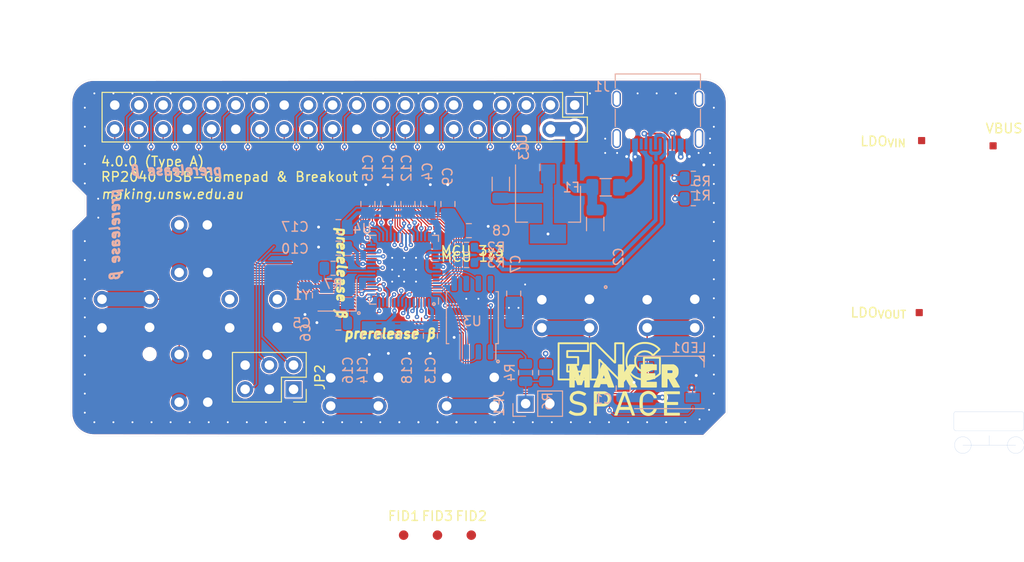
<source format=kicad_pcb>
(kicad_pcb (version 20211014) (generator pcbnew)
  (title_block (title "PicoGamePad") (date "2022-09-08") (rev "4.0.0 (Type A)") (company "Michael Lloyd, UNSW Makerspaces"))
  (layers (0 "F.Cu" mixed "TOP") (1 "In1.Cu" power "3V3") (2 "In2.Cu" power "GND") (31 "B.Cu" mixed "BOTTOM") (34 "B.Paste" user "BOTTOM_SOLDERPASTE") (35 "F.Paste" user "TOP_SOLDERPASTE") (36 "B.SilkS" user "BOTTOM_SILKSCREEN") (37 "F.SilkS" user "TOP_SILKSCREEN") (38 "B.Mask" user "BOTTOM_SOLDERMASK") (39 "F.Mask" user "TOP_SOLDERMASK") (44 "Edge.Cuts" user))
  (property "--x" "→")
  (property "Delta" "Δ")
  (property "MR" "MΩ")
  (property "O" "Ω")
  (property "R" "Ω")
  (property "VERSION" "1.0.0")
  (property "alpha" "α")
  (property "beta" "β")
  (property "delta" "δ")
  (property "diameter" "⌀")
  (property "footnote" "†")
  (property "frog" "🐸")
  (property "kR" "kΩ")
  (property "mR" "mΩ")
  (property "mu" "μ")
  (property "pi" "π")
  (property "uF" "μF")
  (property "uH" "μH")
  (property "uf" "μF")
  (property "uh" "μH")
  (property "x--" "←")
  (net 0 "")
  (net 1 "+3V3")
  (net 2 "VBUS")
  (net 3 "Net-(J1-PadA5)")
  (net 5 "+1V2")
  (net 6 "GND")
  (net 7 "/USB_{DATA}+")
  (net 8 "/USB_{DATA}-")
  (net 9 "/D-")
  (net 10 "/D+")
  (net 11 "/~{CS}")
  (net 12 "/SD1")
  (net 13 "/SD2")
  (net 14 "/SD0")
  (net 15 "/SCK")
  (net 16 "/SD3")
  (net 17 "/USB_VBUS")
  (net 19 "/$.GPIO29")
  (net 20 "/$.GPIO28")
  (net 21 "/$.GPIO2")
  (net 22 "/$.GPIO3")
  (net 23 "/$.GPIO4")
  (net 24 "/$.GPIO17")
  (net 25 "/$.GPIO14")
  (net 26 "/$.GPIO15")
  (net 27 "/$.GPIO16")
  (net 28 "/$.GPIO18")
  (net 29 "/$.GPIO19")
  (net 30 "/$.GPIO20")
  (net 31 "/$.GPIO10")
  (net 32 "/$.GPIO9")
  (net 33 "/$.GPIO21")
  (net 34 "/$.GPIO11")
  (net 35 "/$.GPIO8")
  (net 36 "/$.GPIO7")
  (net 37 "/$.GPIO1")
  (net 38 "/$.GPIO5")
  (net 39 "/$.GPIO6")
  (net 40 "/$.GPIO12")
  (net 41 "/$.GPIO13")
  (net 42 "/$.GPIO22")
  (net 43 "/$.GPIO24")
  (net 44 "/$.GPIO25")
  (net 45 "/$.GPIO26")
  (net 46 "/$.GPIO27")
  (net 47 "Net-(C5-Pad1)")
  (net 48 "Net-(C6-Pad1)")
  (net 51 "Net-(J1-PadB5)")
  (net 52 "/SWCLK")
  (net 53 "/$.GPIO0")
  (net 54 "/$.GPIO23")
  (net 55 "/SWD{slash}SWDIO")
  (net 56 "/~{RESET}{slash}RUN")
  (net 57 "Net-(R6-Pad1)")
  (net 58 "Net-(U4-Pad21)")
  (footprint "0:Testpoint_Custom" (layer "F.Cu") (at 155.175 87.375)
    (fp_text reference "TP5" hide)
    (fp_text value "LED DATA" hide)
  )
  (footprint "0:SW_TSC016XXXXXXX_4.5x3.0_H2.75" (layer "F.Cu") (at 153 79.6)
    (fp_text reference "SW6" hide)
    (fp_text value "A" hide)
  )
  (footprint "0:Testpoint_Custom" (layer "F.Cu") (at 128.25 73.65)
    (fp_text reference "TP2" hide)
    (fp_text value "MCU 1v2")
  )
  (footprint "0:Testpoint_Custom" (layer "F.Cu") (at 179.3 61.45)
    (fp_text reference "TP10" hide)
    (fp_text value "LDO_{VIN}")
  )
  (footprint "0:SW_TSC016XXXXXXX_4.5x3.0_H2.75" (layer "F.Cu") (at 102.9 72.8 -90)
    (fp_text reference "SW5" hide)
    (fp_text value "UP" hide)
  )
  (footprint "0:Testpoint_Custom" (layer "F.Cu") (at 179.05 79.5)
    (fp_text reference "TP9" hide)
    (fp_text value "LDO_{VOUT}")
  )
  (footprint "Fiducial:Fiducial_1mm_Mask2mm" (layer "F.Cu") (at 124.95 102.85)
    (fp_text reference "FID1")
    (fp_text value "0,1")
  )
  (footprint "0:SW_TSC016XXXXXXX_4.5x3.0_H2.75" (layer "F.Cu") (at 102.9 86.4 -90)
    (fp_text reference "SW1" hide)
    (fp_text value "DOWN" hide)
  )
  (footprint "Connector_PinSocket_2.54mm:PinSocket_2x03_P2.54mm_Vertical" (layer "F.Cu") (at 113.4 87.55 -90)
    (fp_text reference "JP2")
    (fp_text value "Conn_02x03")
  )
  (footprint "0:Testpoint_Custom" (layer "F.Cu") (at 128.225 72.4)
    (fp_text reference "TP1" hide)
    (fp_text value "MCU 3v3")
  )
  (footprint "0:eng_maker_space_ss" (layer "F.Cu") (at 141.21165 82.706351)
    (fp_text reference "REF**" hide)
    (fp_text value "eng_maker_space_ss" hide)
  )
  (footprint "" (layer "F.Cu") (at 98.3 83.85)
    (fp_text reference "")
    (fp_text value "")
  )
  (footprint "Fiducial:Fiducial_1mm_Mask2mm" (layer "F.Cu") (at 132.05 102.85)
    (fp_text reference "FID2")
    (fp_text value "0,0")
  )
  (footprint "0:SW_TSC016XXXXXXX_4.5x3.0_H2.75" (layer "F.Cu") (at 131.96 87.8)
    (fp_text reference "SW2" hide)
    (fp_text value "START" hide)
  )
  (footprint "Fiducial:Fiducial_1mm_Mask2mm" (layer "F.Cu") (at 128.5 102.85)
    (fp_text reference "FID3")
    (fp_text value "1,0")
  )
  (footprint "0:SW_TSC016XXXXXXX_4.5x3.0_H2.75" (layer "F.Cu") (at 119.8 87.8)
    (fp_text reference "SW8" hide)
    (fp_text value "SELECT" hide)
  )
  (footprint "0:Testpoint_Custom" (layer "F.Cu") (at 186.8 62)
    (fp_text reference "TP8" hide)
    (fp_text value "VBUS")
  )
  (footprint "0:SW_TSC016XXXXXXX_4.5x3.0_H2.75" (layer "F.Cu") (at 95.8 79.6 180)
    (fp_text reference "SW3" hide)
    (fp_text value "LEFT" hide)
  )
  (footprint "0:SW_TSC016XXXXXXX_4.5x3.0_H2.75" (layer "F.Cu") (at 109.2 79.6 180)
    (fp_text reference "SW7" hide)
    (fp_text value "RIGHT" hide)
  )
  (footprint "0:SW_TSC016XXXXXXX_4.5x3.0_H2.75" (layer "F.Cu") (at 141.95 79.6)
    (fp_text reference "SW4" hide)
    (fp_text value "B" hide)
  )
  (footprint "Connector_PinHeader_2.54mm:PinHeader_2x20_P2.54mm_Vertical" (layer "F.Cu") (at 142.9 57.725 -90)
    (fp_text reference "J3" hide)
    (fp_text value "RBP_GPIO_CONN" hide)
  )
  (footprint "Resistor_SMD:R_0603_1608Metric" (layer "B.Cu") (at 131.55 74.25 180)
    (fp_text reference "R3")
    (fp_text value "27Ω")
  )
  (footprint "Package_TO_SOT_SMD:SOT-223-3_TabPin2" (layer "B.Cu") (at 140.1 68.1 -90)
    (fp_text reference "U1")
    (fp_text value "ASM1117-3.3")
  )
  (footprint "Resistor_SMD:R_0603_1608Metric" (layer "B.Cu") (at 131.55 72.65 180)
    (fp_text reference "R2")
    (fp_text value "27Ω")
  )
  (footprint "Capacitor_SMD:C_0805_2012Metric" (layer "B.Cu") (at 136.5 77.5 90)
    (fp_text reference "C7")
    (fp_text value "100nF")
  )
  (footprint "0:FLASH-SOIC-8" (layer "B.Cu") (at 132.160001 80.032167 90)
    (fp_text reference "U3")
    (fp_text value "WQ25JVS")
  )
  (footprint "Capacitor_SMD:C_0805_2012Metric" (layer "B.Cu") (at 123.340188 81.932082 -90)
    (fp_text reference "C14")
    (fp_text value "100nF")
  )
  (footprint "Capacitor_SMD:C_0805_2012Metric" (layer "B.Cu") (at 125.320087 81.932082 -90)
    (fp_text reference "C18")
    (fp_text value "100nF")
  )
  (footprint "LED_SMD:LED_WS2812B_PLCC4_5.0x5.0mm_P3.2mm" (layer "B.Cu") (at 152.825 86.825)
    (fp_text reference "LED1")
    (fp_text value "WS2812B")
  )
  (footprint "Capacitor_SMD:C_0805_2012Metric" (layer "B.Cu") (at 123.3 68.1 90)
    (fp_text reference "C11")
    (fp_text value "1μF")
  )
  (footprint "Resistor_SMD:R_0805_2012Metric" (layer "B.Cu") (at 137.75 85.8 -90)
    (fp_text reference "R4")
    (fp_text value "R")
  )
  (footprint "Capacitor_SMD:C_0805_2012Metric" (layer "B.Cu") (at 121.2 68.1 90)
    (fp_text reference "C15")
    (fp_text value "100nF")
  )
  (footprint "Capacitor_SMD:C_0805_2012Metric" (layer "B.Cu") (at 114.65 77.7 -90)
    (fp_text reference "C6")
    (fp_text value "14pF")
  )
  (footprint "Crystal:Crystal_SMD_3225-4Pin_3.2x2.5mm" (layer "B.Cu") (at 117.966177 77.689441 180)
    (fp_text reference "Y1")
    (fp_text value "X322512MMB4SI")
  )
  (footprint "Capacitor_SMD:C_0805_2012Metric" (layer "B.Cu") (at 118.1 80.6 180)
    (fp_text reference "C5")
    (fp_text value "14pF")
  )
  (footprint "Capacitor_SMD:C_0805_2012Metric" (layer "B.Cu") (at 129.6 68.1 90)
    (fp_text reference "C9")
    (fp_text value "100nF")
  )
  (footprint "Resistor_SMD:R_0805_2012Metric" (layer "B.Cu") (at 139.85 85.8 90)
    (fp_text reference "R6")
    (fp_text value "10kΩ")
  )
  (footprint "Capacitor_SMD:C_1206_3216Metric" (layer "B.Cu") (at 135.15 66 90)
    (fp_text reference "C3")
    (fp_text value "10μF")
  )
  (footprint "Capacitor_SMD:C_1206_3216Metric" (layer "B.Cu") (at 145.05 70.2 -90)
    (fp_text reference "C2")
    (fp_text value "10μF")
  )
  (footprint "Resistor_SMD:R_0805_2012Metric" (layer "B.Cu") (at 155.35 67.55)
    (fp_text reference "R5")
    (fp_text value "5.1kΩ")
  )
  (footprint "Capacitor_SMD:C_0805_2012Metric" (layer "B.Cu") (at 118.107598 70.476952 180)
    (fp_text reference "C17")
    (fp_text value "100nF")
  )
  (footprint "Resistor_SMD:R_0805_2012Metric" (layer "B.Cu") (at 117.55 74.85)
    (fp_text reference "R7")
    (fp_text value "1k?")
  )
  (footprint "Capacitor_SMD:C_0805_2012Metric" (layer "B.Cu") (at 147.99 87.45 90)
    (fp_text reference "C1")
    (fp_text value "1μF")
  )
  (footprint "Capacitor_SMD:C_0805_2012Metric" (layer "B.Cu") (at 118.107598 72.739694 180)
    (fp_text reference "C10")
    (fp_text value "100nF")
  )
  (footprint "Package_DFN_QFN:QFN-56-1EP_7x7mm_P0.4mm_EP3.2x3.2mm" (layer "B.Cu") (at 125 75 90)
    (fp_text reference "U4")
    (fp_text value "RP2040")
  )
  (footprint "Connector_USB:USB_C_Receptacle_Palconn_UTC16-G" (layer "B.Cu") (at 151.625 59.3)
    (fp_text reference "J1")
    (fp_text value "C116159")
  )
  (footprint "Fuse:Fuse_1206_3216Metric" (layer "B.Cu") (at 146.15 66.35 180)
    (fp_text reference "F1")
    (fp_text value "C261953")
  )
  (footprint "Resistor_SMD:R_0805_2012Metric" (layer "B.Cu") (at 155.35 65.4)
    (fp_text reference "R1")
    (fp_text value "5.1kΩ")
  )
  (footprint "Capacitor_SMD:C_0805_2012Metric" (layer "B.Cu") (at 125.4 68.1 90)
    (fp_text reference "C12")
    (fp_text value "100nF")
  )
  (footprint "Connector_PinSocket_2.54mm:PinSocket_1x02_P2.54mm_Vertical" (layer "B.Cu") (at 137.75 89.05 -90)
    (fp_text reference "JP1")
    (fp_text value "Conn_01x02")
  )
  (footprint "Capacitor_SMD:C_0805_2012Metric" (layer "B.Cu") (at 127.760003 81.929685 -90)
    (fp_text reference "C13")
    (fp_text value "100nF")
  )
  (footprint "Capacitor_SMD:C_0805_2012Metric" (layer "B.Cu") (at 121.360289 81.932082 -90)
    (fp_text reference "C16")
    (fp_text value "100nF")
  )
  (footprint "Capacitor_SMD:C_0805_2012Metric" (layer "B.Cu") (at 127.5 68.1 90)
    (fp_text reference "C4")
    (fp_text value "1μF")
  )
  (footprint "Capacitor_SMD:C_0805_2012Metric" (layer "B.Cu") (at 131.8 70.9)
    (fp_text reference "C8")
    (fp_text value "1μF")
  )
  (gr_line (start 182.891421 91.883579) (end 189.79142 91.883578) (layer "B.Cu") (width 0.01))
  (gr_poly (pts (xy 128.2 69.55) (xy 120.45 69.55) (xy 119.55 70.45) (xy 119.55 71.2) (xy 118.55 71.2) (xy 118.55 69.95) (xy 120 68.5) (xy 128.2 68.5)) (layer "B.Cu") (width 0.2) (fill none))
  (gr_line (start 182.69142 90.083578) (end 182.691421 91.683579) (layer "B.Cu") (width 0.01))
  (gr_line (start 183.625 93.4) (end 189.175 93.4) (layer "B.Cu") (width 0.01))
  (gr_arc (start 182.891421 91.883579) (mid 182.75 91.825) (end 182.691421 91.683579) (layer "B.Cu") (width 0.01))
  (gr_poly (pts (xy 128.5 81.5) (xy 120.65 81.5) (xy 120.65 80.5) (xy 128.5 80.5)) (layer "B.Cu") (width 0.2) (fill none))
  (gr_line (start 182.89142 89.883578) (end 189.79142 89.883578) (layer "B.Cu") (width 0.01))
  (gr_circle (center 183.625 93.4) (end 184.5 93.4) (layer "B.Cu") (width 0.01) (fill none))
  (gr_arc (start 189.99142 91.683578) (mid 189.932841 91.824999) (end 189.79142 91.883578) (layer "B.Cu") (width 0.01))
  (gr_line (start 186.4 93.4) (end 186.4 92.4) (layer "B.Cu") (width 0.01))
  (gr_line (start 189.99142 90.083578) (end 189.99142 91.683578) (layer "B.Cu") (width 0.01))
  (gr_circle (center 189.175 93.4) (end 190.05 93.4) (layer "B.Cu") (width 0.01) (fill none))
  (gr_arc (start 189.79142 89.883578) (mid 189.932841 89.942157) (end 189.99142 90.083578) (layer "B.Cu") (width 0.01))
  (gr_arc (start 182.69142 90.083578) (mid 182.749999 89.942157) (end 182.89142 89.883578) (layer "B.Cu") (width 0.01))
  (gr_circle (center 120.25 79.55) (end 120.3 79.525) (layer "B.SilkS") (width 0.15) (fill none))
  (gr_line (start 156.475 84.624999) (end 156.475 84.274999) (layer "B.SilkS") (width 0.15))
  (gr_circle (center 146.15 76.825) (end 146.2 76.8) (layer "B.SilkS") (width 0.15) (fill none))
  (gr_line (start 156.475 84.274999) (end 156.475 84.075) (layer "B.SilkS") (width 0.15))
  (gr_circle (center 128.125 78.6) (end 128.175 78.575) (layer "B.SilkS") (width 0.15) (fill none))
  (gr_circle (center 134.85 84.625) (end 134.9 84.6) (layer "B.SilkS") (width 0.15) (fill none))
  (gr_line (start 155.95 84.075) (end 156.475 84.624999) (layer "B.SilkS") (width 0.15))
  (gr_line (start 156.475 84.075) (end 155.95 84.075) (layer "B.SilkS") (width 0.15))
  (gr_arc (start 156.492588 54.967588) (mid 158.225 55.685176) (end 158.942588 57.417588) (layer "Edge.Cuts") (width 0.01))
  (gr_arc (start 92.45 92.45) (mid 90.717588 91.732412) (end 90 90) (layer "Edge.Cuts") (width 0.01))
  (gr_line (start 90 70.8) (end 91.5 69.3) (layer "Edge.Cuts") (width 0.01))
  (gr_line (start 90 70.8) (end 90 90) (layer "Edge.Cuts") (width 0.01))
  (gr_line (start 90 65.8) (end 91.5 67.3) (layer "Edge.Cuts") (width 0.01))
  (gr_line (start 92.450001 55) (end 156.492588 54.967588) (layer "Edge.Cuts") (width 0.01))
  (gr_arc (start 90.000001 57.45) (mid 90.717589 55.717588) (end 92.450001 55) (layer "Edge.Cuts") (width 0.01))
  (gr_line (start 90.000001 57.45) (end 90.000001 65.8) (layer "Edge.Cuts") (width 0.01))
  (gr_line (start 158.917588 90.067588) (end 156.467588 92.517588) (layer "Edge.Cuts") (width 0.01))
  (gr_line (start 91.5 67.3) (end 91.5 69.3) (layer "Edge.Cuts") (width 0.01))
  (gr_line (start 92.45 92.45) (end 156.467588 92.517588) (layer "Edge.Cuts") (width 0.01))
  (gr_line (start 158.917588 90.067588) (end 158.942588 57.417588) (layer "Edge.Cuts") (width 0.01))
  (gr_text "prerelease" (at 94.65 66.325 90) (layer "B.SilkS") (effects (font (size 1 1) (thickness 0.25) italic) (justify left mirror)))
  (gr_text "prerelease" (at 106.075 64.575) (layer "B.SilkS") (effects (font (size 1 1) (thickness 0.25) italic) (justify left mirror)))
  (gr_text "β" (at 94.65 75.575 90) (layer "B.SilkS") (effects (font (size 1 1) (thickness 0.25) italic) (justify mirror)))
  (gr_text "β" (at 96.825 64.575) (layer "B.SilkS") (effects (font (size 1 1) (thickness 0.25) italic) (justify mirror)))
  (gr_text "β" (at 118.45 79.625 270) (layer "F.SilkS") (effects (font (size 1 1) (thickness 0.25) italic)))
  (gr_text "prerelease" (at 118.45 70.375 270) (layer "F.SilkS") (effects (font (size 1 1) (thickness 0.25) italic) (justify left)))
  (gr_text "${REVISION}\nRP2040 USB-Gamepad & Breakout" (at 93.1 64.45) (layer "F.SilkS") (effects (font (size 1 1)) (justify left)))
  (gr_text "making.unsw.edu.au" (at 93.15 67.075) (layer "F.SilkS") (effects (font (size 1 1) (thickness 0.15) italic) (justify left)))
  (gr_text "β" (at 127.825 81.725) (layer "F.SilkS") (effects (font (size 1 1) (thickness 0.25) italic)))
  (gr_text "prerelease" (at 118.575 81.725) (layer "F.SilkS") (effects (font (size 1 1) (thickness 0.25) italic) (justify left)))
  (segment (start 128.225 72.4) (end 128.225 71.2) (width 0.1778) (layer "F.Cu") (net 1))
  (via (at 122.745586 74.787329) (size 0.46) (drill 0.2) (layers "F.Cu" "B.Cu") (net 1))
  (via (at 129.1 74.7) (size 0.46) (drill 0.2) (layers "F.Cu" "B.Cu") (net 1))
  (via (at 140.1 71.25) (size 0.6) (drill 0.3) (layers "F.Cu" "B.Cu") (net 1))
  (via (at 128.2 71.2) (size 0.46) (drill 0.2) (layers "F.Cu" "B.Cu") (net 1))
  (via (at 124.000004 72.4) (size 0.46) (drill 0.2) (layers "F.Cu" "B.Cu") (net 1))
  (via (at 123.993487 79.3) (size 0.46) (drill 0.2) (layers "F.Cu" "B.Cu") (net 1))
  (via (at 137 79) (size 0.46) (drill 0.2) (layers "F.Cu" "B.Cu") (net 1))
  (via (at 136 79) (size 0.46) (drill 0.2) (layers "F.Cu" "B.Cu") (net 1))
  (via (at 139.85 83.8) (size 0.6) (drill 0.3) (layers "F.Cu" "B.Cu") (net 1))
  (via (at 134.1 77.79) (size 0.46) (drill 0.2) (layers "F.Cu" "B.Cu") (net 1))
  (segment (start 127.95 79.25) (end 127.75 79.05) (width 0.3556) (layer "B.Cu") (net 1))
  (segment (start 129.132171 74.667829) (end 129.132171 74.6) (width 0.127) (layer "B.Cu") (net 1))
  (segment (start 128.437502 74.587502) (end 128.437502 74.399998) (width 0.2) (layer "B.Cu") (net 1))
  (segment (start 121.2 69.05) (end 121.227211 69.022789) (width 0.381) (layer "B.Cu") (net 1))
  (segment (start 119.057598 70.092402) (end 120.1 69.05) (width 0.3556) (layer "B.Cu") (net 1))
  (segment (start 127.75 79.05) (end 127.6 78.9) (width 0.1778) (layer "B.Cu") (net 1))
  (segment (start 122.745586 74.787329) (end 122.732916 74.799999) (width 0.2) (layer "B.Cu") (net 1))
  (segment (start 125.322484 80.979685) (end 125.320087 80.982082) (width 0.3556) (layer "B.Cu") (net 1))
  (segment (start 140.1 64.95) (end 140.1 67.5) (width 1) (layer "B.Cu") (net 1))
  (segment (start 128.437502 74.8) (end 128.437502 74.587502) (width 0.2) (layer "B.Cu") (net 1))
  (segment (start 129.1 74.7) (end 129 74.6) (width 0.3556) (layer "B.Cu") (net 1))
  (segment (start 121.360289 80.982082) (end 125.320087 80.982082) (width 0.3556) (layer "B.Cu") (net 1))
  (segment (start 121.360289 80.982082) (end 127.754217 80.982082) (width 0.508) (layer "B.Cu") (net 1))
  (segment (start 123.993487 79.3) (end 123.993487 79.806513) (width 0.3556) (layer "B.Cu") (net 1))
  (segment (start 127.6 78.9) (end 127.6 78.4375) (width 0.1778) (layer "B.Cu") (net 1))
  (segment (start 127.760003 80.289997) (end 127.95 80.1) (width 0.3556) (layer "B.Cu") (net 1))
  (segment (start 129.1 74.7) (end 129.132171 74.667829) (width 0.127) (layer "B.Cu") (net 1))
  (segment (start 119.057598 70.476952) (end 119.057598 70.092402) (width 0.3556) (layer "B.Cu") (net 1))
  (segment (start 139.85 84.8875) (end 139.85 83.8) (width 0.1778) (layer "B.Cu") (net 1))
  (segment (start 122.732916 74.799999) (end 121.562503 74.799999) (width 0.2) (layer "B.Cu") (net 1))
  (segment (start 120.1 69.05) (end 121.2 69.05) (width 0.3556) (layer "B.Cu") (net 1))
  (segment (start 123.993487 79.3) (end 124.000005 79.293482) (width 0.2) (layer "B.Cu") (net 1))
  (segment (start 127.95 80.1) (end 127.95 79.25) (width 0.3556) (layer "B.Cu") (net 1))
  (segment (start 134.1 77.79) (end 134.1 76.467166) (width 0.254) (layer "B.Cu") (net 1))
  (segment (start 127.760003 80.979685) (end 127.760003 80.289997) (width 0.3556) (layer "B.Cu") (net 1))
  (segment (start 140.1 67.5) (end 140.1 71.25) (width 1) (layer "B.Cu") (net 1))
  (segment (start 128.45 74.6) (end 128.437502 74.587502) (width 0.2) (layer "B.Cu") (net 1))
  (segment (start 127.472789 69.022789) (end 127.5 69.05) (width 0.381) (layer "B.Cu") (net 1))
  (segment (start 135.15 67.475) (end 140.075 67.475) (width 1) (layer "B.Cu") (net 1))
  (segment (start 124.000005 79.293482) (end 124.000005 78.437501) (width 0.2) (layer "B.Cu") (net 1))
  (segment (start 121.227211 69.022789) (end 127.472789 69.022789) (width 0.381) (layer "B.Cu") (net 1))
  (segment (start 129 74.6) (end 128.45 74.6) (width 0.3556) (layer "B.Cu") (net 1))
  (segment (start 140.075 67.475) (end 140.1 67.5) (width 1) (layer "B.Cu") (net 1))
  (segment (start 127.760003 80.979685) (end 125.322484 80.979685) (width 0.3556) (layer "B.Cu") (net 1))
  (segment (start 124.000003 71.562499) (end 124.000004 72.4) (width 0.2) (layer "B.Cu") (net 1))
  (segment (start 128.4375 72.8) (end 128.4375 72.4) (width 0.2) (layer "B.Cu") (net 1))
  (segment (start 123.993487 79.806513) (end 123.340188 80.459812) (width 0.3556) (layer "B.Cu") (net 1))
  (segment (start 134.1 76.467166) (end 134.065001 76.432167) (width 0.254) (layer "B.Cu") (net 1))
  (segment (start 123.340188 80.459812) (end 123.340188 80.982082) (width 0.3556) (layer "B.Cu") (net 1))
  (arc (start 127.754217 80.982082) (mid 127.757348 80.981459) (end 127.760003 80.979685) (width 0.508) (layer "B.Cu") (net 1))
  (segment (start 142.435 60.265) (end 142.9 60.265) (width 1.5) (layer "F.Cu") (net 2))
  (segment (start 140.36 60.265) (end 142.435 60.265) (width 1.5) (layer "F.Cu") (net 2))
  (via (at 152.1 88.4) (size 0.6) (drill 0.3) (layers "F.Cu" "B.Cu") (net 2))
  (segment (start 142.9 60.265) (end 140.385 60.265) (width 1.5) (layer "B.Cu") (net 2))
  (segment (start 150.375 88.425) (end 150.4 88.4) (width 0.508) (layer "B.Cu") (net 2))
  (segment (start 144.65 66.45) (end 143 66.45) (width 1) (layer "B.Cu") (net 2))
  (segment (start 142.4 60.765) (end 142.9 60.265) (width 1) (layer "B.Cu") (net 2))
  (segment (start 150.4 88.4) (end 152.1 88.4) (width 0.508) (layer "B.Cu") (net 2))
  (segment (start 144.75 66.35) (end 144.75 68.425) (width 1) (layer "B.Cu") (net 2))
  (segment (start 144.75 68.425) (end 145.05 68.725) (width 1) (layer "B.Cu") (net 2))
  (segment (start 142.4 65.85) (end 142.4 64.95) (width 1) (layer "B.Cu") (net 2))
  (segment (start 142.4 64.95) (end 142.4 60.765) (width 1) (layer "B.Cu") (net 2))
  (segment (start 147.99 88.4) (end 150.35 88.4) (width 1) (layer "B.Cu") (net 2))
  (segment (start 150.35 88.4) (end 150.375 88.425) (width 0.508) (layer "B.Cu") (net 2))
  (segment (start 140.385 60.265) (end 140.35 60.3) (width 1) (layer "B.Cu") (net 2))
  (segment (start 144.75 66.35) (end 144.65 66.45) (width 1) (layer "B.Cu") (net 2))
  (segment (start 143 66.45) (end 142.4 65.85) (width 1) (layer "B.Cu") (net 2))
  (segment (start 153.425 66.657107) (end 153.425 67.55) (width 0.2) (layer "F.Cu") (net 3))
  (segment (start 152.196447 60.871447) (end 152.553554 61.228554) (width 0.2) (layer "F.Cu") (net 3))
  (segment (start 152.7 61.582107) (end 152.7 65.517893) (width 0.2) (layer "F.Cu") (net 3))
  (segment (start 150.2 60.725) (end 151.842893 60.725) (width 0.2) (layer "F.Cu") (net 3))
  (segment (start 152.846447 65.871447) (end 153.278554 66.303554) (width 0.2) (layer "F.Cu") (net 3))
  (via (at 150.2 60.725) (size 0.6) (drill 0.3) (layers "F.Cu" "B.Cu") (net 3))
  (via (at 153.425 67.55) (size 0.6) (drill 0.3) (layers "F.Cu" "B.Cu") (net 3))
  (arc (start 153.425 66.657107) (mid 153.38694 66.465766) (end 153.278554 66.303554) (width 0.2) (layer "F.Cu") (net 3))
  (arc (start 152.553554 61.228554) (mid 152.66194 61.390766) (end 152.7 61.582107) (width 0.2) (layer "F.Cu") (net 3))
  (arc (start 152.196447 60.871447) (mid 152.034235 60.76306) (end 151.842893 60.725) (width 0.2) (layer "F.Cu") (net 3))
  (arc (start 152.7 65.517893) (mid 152.73806 65.709235) (end 152.846447 65.871447) (width 0.2) (layer "F.Cu") (net 3))
  (segment (start 150.4 60.925) (end 150.4 61.85) (width 0.2) (layer "B.Cu") (net 3))
  (segment (start 153.425 67.55) (end 154.4375 67.55) (width 0.508) (layer "B.Cu") (net 3))
  (segment (start 150.2 60.725) (end 150.4 60.925) (width 0.2) (layer "B.Cu") (net 3))
  (segment (start 127.4 73.632167) (end 128.206948 73.632167) (width 0.1778) (layer "F.Cu") (net 5))
  (via (at 127.4 73.632167) (size 0.46) (drill 0.2) (layers "F.Cu" "B.Cu") (net 5))
  (via (at 120.680003 74.399999) (size 0.46) (drill 0.2) (layers "F.Cu" "B.Cu") (net 5))
  (arc (start 128.206948 73.632167) (mid 128.230247 73.636802) (end 128.25 73.65) (width 0.1778) (layer "F.Cu") (net 5))
  (segment (start 127.8 73.2) (end 128.4375 73.2) (width 0.2) (layer "B.Cu") (net 5))
  (segment (start 127.5 73.35) (end 127.543934 73.306066) (width 0.3556) (layer "B.Cu") (net 5))
  (segment (start 120.299999 74.399999) (end 120.680003 74.399999) (width 0.3556) (layer "B.Cu") (net 5))
  (segment (start 119.057598 72.739694) (end 119.539694 72.739694) (width 0.3556) (layer "B.Cu") (net 5))
  (segment (start 127.4 73.632167) (end 127.4 74.737868) (width 0.3556) (layer "B.Cu") (net 5))
  (segment (start 121.562502 74.399999) (end 120.680003 74.399999) (width 0.2) (layer "B.Cu") (net 5))
  (segment (start 127.791421 75.2) (end 128.4375 75.2) (width 0.2) (layer "B.Cu") (net 5))
  (segment (start 120.1 74.2) (end 120.299999 74.399999) (width 0.3556) (layer "B.Cu") (net 5))
  (segment (start 127.4 73.632167) (end 127.4 73.591421) (width 0.3556) (layer "B.Cu") (net 5))
  (segment (start 120.1 73.3) (end 120.1 74.2) (width 0.3556) (layer "B.Cu") (net 5))
  (segment (start 119.539694 72.739694) (end 120.1 73.3) (width 0.3556) (layer "B.Cu") (net 5))
  (arc (start 127.55 75.1) (mid 127.660765 75.174011) (end 127.791421 75.2) (width 0.3556) (layer "B.Cu") (net 5))
  (arc (start 127.4 73.591421) (mid 127.425989 73.460765) (end 127.5 73.35) (width 0.3556) (layer "B.Cu") (net 5))
  (arc (start 127.543934 73.306066) (mid 127.661418 73.227566) (end 127.8 73.2) (width 0.3556) (layer "B.Cu") (net 5))
  (arc (start 127.4 74.737868) (mid 127.438984 74.933852) (end 127.55 75.1) (width 0.3556) (layer "B.Cu") (net 5))
  (via (at 157.5 80) (size 0.46) (drill 0.2) (layers "F.Cu" "B.Cu") (net 6))
  (via (at 130.5 91) (size 0.46) (drill 0.2) (layers "F.Cu" "B.Cu") (net 6))
  (via (at 130.25 82.1) (size 0.6) (drill 0.3) (layers "F.Cu" "B.Cu") (net 6))
  (via (at 157.5 76) (size 0.46) (drill 0.2) (layers "F.Cu" "B.Cu") (net 6))
  (via (at 91.5 88) (size 0.46) (drill 0.2) (layers "F.Cu" "B.Cu") (net 6))
  (via (at 118.5 56.5) (size 0.46) (drill 0.2) (layers "F.Cu" "B.Cu") (net 6))
  (via (at 91.5 62) (size 0.46) (drill 0.2) (layers "F.Cu" "B.Cu") (net 6))
  (via (at 108.5 91) (size 0.46) (drill 0.2) (layers "F.Cu" "B.Cu") (net 6))
  (via (at 116.025 72.625) (size 0.6) (drill 0.3) (layers "F.Cu" "B.Cu") (net 6))
  (via (at 137.7 76.55) (size 0.46) (drill 0.2) (layers "F.Cu" "B.Cu") (net 6))
  (via (at 157.5 68) (size 0.46) (drill 0.2) (layers "F.Cu" "B.Cu") (net 6))
  (via (at 126.5 56.5) (size 0.46) (drill 0.2) (layers "F.Cu" "B.Cu") (net 6))
  (via (at 131.525 78.05) (size 0.46) (drill 0.2) (layers "F.Cu" "B.Cu") (net 6))
  (via (at 91.5 74) (size 0.46) (drill 0.2) (layers "F.Cu" "B.Cu") (net 6))
  (via (at 157.5 64) (size 0.46) (drill 0.2) (layers "F.Cu" "B.Cu") (net 6))
  (via (at 130.5 91) (size 0.46) (drill 0.2) (layers "F.Cu" "B.Cu") (net 6))
  (via (at 91.5 80) (size 0.46) (drill 0.2) (layers "F.Cu" "B.Cu") (net 6))
  (via (at 156 90.7) (size 0.46) (drill 0.2) (layers "F.Cu" "B.Cu") (net 6))
  (via (at 126.25 76.25) (size 0.46) (drill 0.2) (layers "F.Cu" "B.Cu") (net 6))
  (via (at 102.5 91) (size 0.46) (drill 0.2) (layers "F.Cu" "B.Cu") (net 6))
  (via (at 91.5 63.9) (size 0.46) (drill 0.2) (layers "F.Cu" "B.Cu") (net 6))
  (via (at 92.5 56.5) (size 0.46) (drill 0.2) (layers "F.Cu" "B.Cu") (net 6))
  (via (at 100.5 56.5) (size 0.46) (drill 0.2) (layers "F.Cu" "B.Cu") (net 6))
  (via (at 114.5 91) (size 0.46) (drill 0.2) (layers "F.Cu" "B.Cu") (net 6))
  (via (at 123.75 73.75) (size 0.46) (drill 0.2) (layers "F.Cu" "B.Cu") (net 6))
  (via (at 91.5 82) (size 0.46) (drill 0.2) (layers "F.Cu" "B.Cu") (net 6))
  (via (at 125 76.25) (size 0.46) (drill 0.2) (layers "F.Cu" "B.Cu") (net 6))
  (via (at 100.5 91) (size 0.46) (drill 0.2) (layers "F.Cu" "B.Cu") (net 6))
  (via (at 96.5 91) (size 0.46) (drill 0.2) (layers "F.Cu" "B.Cu") (net 6))
  (via (at 148.5 91) (size 0.46) (drill 0.2) (layers "F.Cu" "B.Cu") (net 6))
  (via (at 94.5 56.5) (size 0.46) (drill 0.2) (layers "F.Cu" "B.Cu") (net 6))
  (via (at 150.5 91) (size 0.46) (drill 0.2) (layers "F.Cu" "B.Cu") (net 6))
  (via (at 124.5 91) (size 0.46) (drill 0.2) (layers "F.Cu" "B.Cu") (net 6))
  (via (at 129.575 66.075) (size 0.6) (drill 0.3) (layers "F.Cu" "B.Cu") (net 6))
  (via (at 96.5 56.5) (size 0.46) (drill 0.2) (layers "F.Cu" "B.Cu") (net 6))
  (via (at 91.5 65.95) (size 0.46) (drill 0.2) (layers "F.Cu" "B.Cu") (net 6))
  (via (at 136.5 56.5) (size 0.46) (drill 0.2) (layers "F.Cu" "B.Cu") (net 6))
  (via (at 132.5 91) (size 0.46) (drill 0.2) (layers "F.Cu" "B.Cu") (net 6))
  (via (at 94.5 91) (size 0.46) (drill 0.2) (layers "F.Cu" "B.Cu") (net 6))
  (via (at 147.35 62.75) (size 0.46) (drill 0.2) (layers "F.Cu" "B.Cu") (net 6))
  (via (at 128.5 91) (size 0.46) (drill 0.2) (layers "F.Cu" "B.Cu") (net 6))
  (via (at 120.975 66.075) (size 0.6) (drill 0.3) (layers "F.Cu" "B.Cu") (net 6))
  (via (at 92.9 67.549999) (size 0.46) (drill 0.2) (layers "F.Cu" "B.Cu") (net 6))
  (via (at 128.5 91) (size 0.46) (drill 0.2) (layers "F.Cu" "B.Cu") (net 6))
  (via (at 123.35 83.782167) (size 0.6) (drill 0.3) (layers "F.Cu" "B.Cu") (net 6))
  (via (at 116.5 91) (size 0.46) (drill 0.2) (layers "F.Cu" "B.Cu") (net 6))
  (via (at 125 73.75) (size 0.46) (drill 0.2) (layers "F.Cu" "B.Cu") (net 6))
  (via (at 138.5 56.5) (size 0.46) (drill 0.2) (layers "F.Cu" "B.Cu") (net 6))
  (via (at 157.5 60) (size 0.46) (drill 0.2) (layers "F.Cu" "B.Cu") (net 6))
  (via (at 128.5 56.5) (size 0.46) (drill 0.2) (layers "F.Cu" "B.Cu") (net 6))
  (via (at 126.5 91) (size 0.46) (drill 0.2) (layers "F.Cu" "B.Cu") (net 6))
  (via (at 152.5 91) (size 0.46) (drill 0.2) (layers "F.Cu" "B.Cu") (net 6))
  (via (at 106.5 91) (size 0.46) (drill 0.2) (layers "F.Cu" "B.Cu") (net 6))
  (via (at 127.750004 83.782167) (size 0.6) (drill 0.3) (layers "F.Cu" "B.Cu") (net 6))
  (via (at 126.5 91) (size 0.46) (drill 0.2) (layers "F.Cu" "B.Cu") (net 6))
  (via (at 130.5 91) (size 0.46) (drill 0.2) (layers "F.Cu" "B.Cu") (net 6))
  (via (at 130.5 91) (size 0.46) (drill 0.2) (layers "F.Cu" "B.Cu") (net 6))
  (via (at 123.75 75) (size 0.46) (drill 0.2) (layers "F.Cu" "B.Cu") (net 6))
  (via (at 133.825 70.45) (size 0.6) (drill 0.3) (layers "F.Cu" "B.Cu") (net 6))
  (via (at 123.3 66.075) (size 0.6) (drill 0.3) (layers "F.Cu" "B.Cu") (net 6))
  (via (at 114.6 79.7) (size 0.6) (drill 0.3) (layers "F.Cu" "B.Cu") (net 6))
  (via (at 92.5 91) (size 0.46) (drill 0.2) (layers "F.Cu" "B.Cu") (net 6))
  (via (at 157.5 72) (size 0.46) (drill 0.2) (layers "F.Cu" "B.Cu") (net 6))
  (via (at 157.5 78) (size 0.46) (drill 0.2) (layers "F.Cu" "B.Cu") (net 6))
  (via (at 146.1 61.25) (size 0.46) (drill 0.2) (layers "F.Cu" "B.Cu") (net 6))
  (via (at 91.5 76) (size 0.46) (drill 0.2) (layers "F.Cu" "B.Cu") (net 6))
  (via (at 118.5 91) (size 0.46) (drill 0.2) (layers "F.Cu" "B.Cu") (net 6))
  (via (at 110.5 56.5) (size 0.46) (drill 0.2) (layers "F.Cu" "B.Cu") (net 6))
  (via (at 116.025 70.525) (size 0.6) (drill 0.3) (layers "F.Cu" "B.Cu") (net 6))
  (via (at 155.9 62.75) (size 0.46) (drill 0.2) (layers "F.Cu" "B.Cu") (net 6))
  (via (at 91.5 58) (size 0.46) (drill 0.2) (layers "F.Cu" "B.Cu") (net 6))
  (via (at 98.5 56.5) (size 0.46) (drill 0.2) (layers "F.Cu" "B.Cu") (net 6))
  (via (at 132.8 78.05) (size 0.46) (drill 0.2) (layers "F.Cu" "B.Cu") (net 6))
  (via (at 157.5 84) (size 0.46) (drill 0.2) (layers "F.Cu" "B.Cu") (net 6))
  (via (at 98.5 91) (size 0.46) (drill 0.2) (layers "F.Cu" "B.Cu") (net 6))
  (via (at 132.5 91) (size 0.46) (drill 0.2) (layers "F.Cu" "B.Cu") (net 6))
  (via (at 104.5 91) (size 0.46) (drill 0.2) (layers "F.Cu" "B.Cu") (net 6))
  (via (at 110.5 91) (size 0.46) (drill 0.2) (layers "F.Cu" "B.Cu") (net 6))
  (via (at 120.5 56.5) (size 0.46) (drill 0.2) (layers "F.Cu" "B.Cu") (net 6))
  (via (at 125.55 83.782167) (size 0.6) (drill 0.3) (layers "F.Cu" "B.Cu") (net 6))
  (via (at 126.25 73.75) (size 0.46) (drill 0.2) (layers "F.Cu" "B.Cu") (net 6))
  (via (at 116.5 56.5) (size 0.46) (drill 0.2) (layers "F.Cu" "B.Cu") (net 6))
  (via (at 157.5 70) (size 0.46) (drill 0.2) (layers "F.Cu" "B.Cu") (net 6))
  (via (at 108.5 56.5) (size 0.46) (drill 0.2) (layers "F.Cu" "B.Cu") (net 6))
  (via (at 115.85 80.55) (size 0.6) (drill 0.3) (layers "F.Cu" "B.Cu") (net 6))
  (via (at 126.25 75) (size 0.46) (drill 0.2) (layers "F.Cu" "B.Cu") (net 6))
  (via (at 136.5 91) (size 0.46) (drill 0.2) (layers "F.Cu" "B.Cu") (net 6))
  (via (at 121.35 83.9) (size 0.6) (drill 0.3) (layers "F.Cu" "B.Cu") (net 6))
  (via (at 122.5 91) (size 0.46) (drill 0.2) (layers "F.Cu" "B.Cu") (net 6))
  (via (at 91.5 78) (size 0.46) (drill 0.2) (layers "F.Cu" "B.Cu") (net 6))
  (via (at 144.5 56.5) (size 0.46) (drill 0.2) (layers "F.Cu" "B.Cu") (net 6))
  (via (at 155.65 86.1) (size 0.6) (drill 0.3) (layers "F.Cu" "B.Cu") (net 6))
  (via (at 126.5 91) (size 0.46) (drill 0.2) (layers "F.Cu" "B.Cu") (net 6))
  (via (at 132.5 91) (size 0.46) (drill 0.2) (layers "F.Cu" "B.Cu") (net 6))
  (via (at 125 75) (size 0.46) (drill 0.2) (layers "F.Cu" "B.Cu") (net 6))
  (via (at 149.5 56.5) (size 0.46) (drill 0.2) (layers "F.Cu" "B.Cu") (net 6))
  (via (at 134.5 91) (size 0.46) (drill 0.2) (layers "F.Cu" "B.Cu") (net 6))
  (via (at 91.5 60) (size 0.46) (drill 0.2) (layers "F.Cu" "B.Cu") (net 6))
  (via (at 91.5 84) (size 0.46) (drill 0.2) (layers "F.Cu" "B.Cu") (net 6))
  (via (at 156.45 64) (size 0.6) (drill 0.3) (layers "F.Cu" "B.Cu") (net 6))
  (via (at 128.5 91) (size 0.46) (drill 0.2) (layers "F.Cu" "B.Cu") (net 6))
  (via (at 91.5 72) (size 0.46) (drill 0.2) (layers "F.Cu" "B.Cu") (net 6))
  (via (at 157.5 88) (size 0.46) (drill 0.2) (layers "F.Cu" "B.Cu") (net 6))
  (via (at 124.5 91) (size 0.46) (drill 0.2) (layers "F.Cu" "B.Cu") (net 6))
  (via (at 157.5 74) (size 0.46) (drill 0.2) (layers "F.Cu" "B.Cu") (net 6))
  (via (at 157.5 66) (size 0.46) (drill 0.2) (layers "F.Cu" "B.Cu") (net 6))
  (via (at 154.924034 63.120999) (size 0.6) (drill 0.3) (layers "F.Cu" "B.Cu") (net 6))
  (via (at 149.125 86.825) (size 0.6) (drill 0.3) (layers "F.Cu" "B.Cu") (net 6))
  (via (at 157.5 58) (size 0.46) (drill 0.2) (layers "F.Cu" "B.Cu") (net 6))
  (via (at 91.5 90) (size 0.46) (drill 0.2) (layers "F.Cu" "B.Cu") (net 6))
  (via (at 157.1 62.75) (size 0.46) (drill 0.2) (layers "F.Cu" "B.Cu") (net 6))
  (via (at 157.5 82) (size 0.46) (drill 0.2) (layers "F.Cu" "B.Cu") (net 6))
  (via (at 140.5 91) (size 0.46) (drill 0.2) (layers "F.Cu" "B.Cu") (net 6))
  (via (at 128.5 91) (size 0.46) (drill 0.2) (layers "F.Cu" "B.Cu") (net 6))
  (via (at 146.5 91) (size 0.46) (drill 0.2) (layers "F.Cu" "B.Cu") (net 6))
  (via (at 91.5 86) (size 0.46) (drill 0.2) (layers "F.Cu" "B.Cu") (net 6))
  (via (at 151.5 56.5) (size 0.46) (drill 0.2) (layers "F.Cu" "B.Cu") (net 6))
  (via (at 138.5 91) (size 0.46) (drill 0.2) (layers "F.Cu" "B.Cu") (net 6))
  (via (at 157 89.7) (size 0.46) (drill 0.2) (layers "F.Cu" "B.Cu") (net 6))
  (via (at 148.350865 63.12431) (size 0.6) (drill 0.3) (layers "F.Cu" "B.Cu") (net 6))
  (via (at 123.75 76.25) (size 0.46) (drill 0.2) (layers "F.Cu" "B.Cu") (net 6))
  (via (at 127.75 66.075) (size 0.6) (drill 0.3) (layers "F.Cu" "B.Cu") (net 6))
  (via (at 154.5 91) (size 0.46) (drill 0.2) (layers "F.Cu" "B.Cu") (net 6))
  (via (at 134.5 56.5) (size 0.46) (drill 0.2) (layers "F.Cu" "B.Cu") (net 6))
  (via (at 153.5 56.5) (size 0.46) (drill 0.2) (layers "F.Cu" "B.Cu") (net 6))
  (via (at 120.5 91) (size 0.46) (drill 0.2) (layers "F.Cu" "B.Cu") (net 6))
  (via (at 124.45 75.675) (size 0.46) (drill 0.2) (layers "F.Cu" "B.Cu") (net 6))
  (via (at 134.5 91) (size 0.46) (drill 0.2) (layers "F.Cu" "B.Cu") (net 6))
  (via (at 144.5 91) (size 0.46) (drill 0.2) (layers "F.Cu" "B.Cu") (net 6))
  (via (at 157.5 86) (size 0.46) (drill 0.2) (layers "F.Cu" "B.Cu") (net 6))
  (via (at 124.5 56.5) (size 0.46) (drill 0.2) (layers "F.Cu" "B.Cu") (net 6))
  (via (at 146.1 62.75) (size 0.46) (drill 0.2) (layers "F.Cu" "B.Cu") (net 6))
  (via (at 92.914214 69.535786) (size 0.46) (drill 0.2) (layers "F.Cu" "B.Cu") (net 6))
  (via (at 157.1 61.25) (size 0.46) (drill 0.2) (layers "F.Cu" "B.Cu") (net 6))
  (via (at 106.5 56.5) (size 0.46) (drill 0.2) (layers "F.Cu" "B.Cu") (net 6))
  (via (at 112.5 91) (size 0.46) (drill 0.2) (layers "F.Cu" "B.Cu") (net 6))
  (via (at 142.5 91) (size 0.46) (drill 0.2) (layers "F.Cu" "B.Cu") (net 6))
  (segment (start 154.825 61.81) (end 154.825 63.021965) (width 0.508) (layer "B.Cu") (net 6))
  (segment (start 118.810559 76.839441) (end 119.066177 76.839441) (width 0.254) (layer "B.Cu") (net 6))
  (segment (start 148.425 61.81) (end 148.425 63.050175) (width 0.508) (layer "B.Cu") (net 6))
  (segment (start 117.110559 78.539441) (end 118.810559 76.839441) (width 0.254) (layer "B.Cu") (net 6))
  (segment (start 116.866177 78.539441) (end 117.110559 78.539441) (width 0.254) (layer "B.Cu") (net 6))
  (segment (start 154.825 63.021965) (end 154.924034 63.120999) (width 0.508) (layer "B.Cu") (net 6))
  (segment (start 148.425 63.050175) (end 148.350865 63.12431) (width 0.508) (layer "B.Cu") (net 6))
  (segment (start 152.020182 70.115192) (end 152.020182 64.06664) (width 0.381) (layer "B.Cu") (net 7))
  (segment (start 152.19 60.88) (end 151.55 60.88) (width 0.3556) (layer "B.Cu") (net 7))
  (segment (start 135.3225 74.9725) (end 147.162874 74.9725) (width 0.381) (layer "B.Cu") (net 7))
  (segment (start 134.2 73.85) (end 135.3225 74.9725) (width 0.345) (layer "B.Cu") (net 7))
  (segment (start 132.375 74.25) (end 132.775 73.85) (width 0.345) (layer "B.Cu") (net 7))
  (segment (start 152.375 61.81) (end 152.375 61.065) (width 0.254) (layer "B.Cu") (net 7))
  (segment (start 151.97 63.25) (end 152.375 62.845) (width 0.3556) (layer "B.Cu") (net 7))
  (segment (start 132.775 73.85) (end 134.2 73.85) (width 0.345) (layer "B.Cu") (net 7))
  (segment (start 151.375 61.055) (end 151.375 61.81) (width 0.254) (layer "B.Cu") (net 7))
  (segment (start 152.375 62.845) (end 152.375 61.81) (width 0.254) (layer "B.Cu") (net 7))
  (segment (start 147.162874 74.9725) (end 152.020182 70.115192) (width 0.381) (layer "B.Cu") (net 7))
  (segment (start 152.375 61.065) (end 152.19 60.88) (width 0.3556) (layer "B.Cu") (net 7))
  (segment (start 151.55 60.88) (end 151.375 61.055) (width 0.3556) (layer "B.Cu") (net 7))
  (segment (start 151.966672 63.253328) (end 151.97 63.25) (width 0.345) (layer "B.Cu") (net 7))
  (segment (start 150.875 62.635) (end 151.02 62.78) (width 0.3556) (layer "B.Cu") (net 8))
  (segment (start 151.875 61.81) (end 151.875 62.615) (width 0.254) (layer "B.Cu") (net 8))
  (segment (start 134.335374 73.05) (end 135.635374 74.35) (width 0.345) (layer "B.Cu") (net 8))
  (segment (start 132.375 72.65) (end 132.775 73.05) (width 0.345) (layer "B.Cu") (net 8))
  (segment (start 151.42 63.43) (end 151.42 62.78) (width 0.345) (layer "B.Cu") (net 8))
  (segment (start 151.02 62.78) (end 151.42 62.78) (width 0.3556) (layer "B.Cu") (net 8))
  (segment (start 151.4 69.8) (end 151.4 64.141822) (width 0.381) (layer "B.Cu") (net 8))
  (segment (start 135.635374 74.35) (end 146.85 74.35) (width 0.381) (layer "B.Cu") (net 8))
  (segment (start 132.775 73.05) (end 134.335374 73.05) (width 0.345) (layer "B.Cu") (net 8))
  (segment (start 151.875 62.615) (end 151.71 62.78) (width 0.3556) (layer "B.Cu") (net 8))
  (segment (start 151.71 62.78) (end 151.42 62.78) (width 0.3556) (layer "B.Cu") (net 8))
  (segment (start 150.875 61.81) (end 150.875 62.635) (width 0.254) (layer "B.Cu") (net 8))
  (segment (start 146.85 74.35) (end 151.4 69.8) (width 0.381) (layer "B.Cu") (net 8))
  (segment (start 130.725 72.707172) (end 130.725 72.65) (width 0.2) (layer "B.Cu") (net 9))
  (segment (start 129.832172 73.6) (end 130.725 72.707172) (width 0.2) (layer "B.Cu") (net 9))
  (segment (start 128.4375 73.6) (end 129.832172 73.6) (width 0.2) (layer "B.Cu") (net 9))
  (segment (start 130.725 74.325) (end 130.725 74.25) (width 0.2) (layer "B.Cu") (net 10))
  (segment (start 128.4375 74) (end 129.85 74) (width 0.2) (layer "B.Cu") (net 10))
  (segment (start 129.85 74) (end 130.45 74.6) (width 0.2) (layer "B.Cu") (net 10))
  (segment (start 130.45 74.6) (end 130.725 74.325) (width 0.2) (layer "B.Cu") (net 10))
  (segment (start 129.3 78.75) (end 134.1 78.75) (width 0.2) (layer "F.Cu") (net 11))
  (via (at 129.3 78.75) (size 0.46) (drill 0.2) (layers "F.Cu" "B.Cu") (net 11))
  (via (at 134.1 78.75) (size 0.46) (drill 0.2) (layers "F.Cu" "B.Cu") (net 11))
  (segment (start 137.282167 83.632167) (end 134.065001 83.632167) (width 0.1778) (layer "B.Cu") (net 11))
  (segment (start 129.298037 78.748037) (end 129.298037 78.608358) (width 0.1778) (layer "B.Cu") (net 11))
  (segment (start 134.1 81.77) (end 134.1 83.597168) (width 0.2) (layer "B.Cu") (net 11))
  (segment (start 129.3 78.75) (end 129.298037 78.748037) (width 0.1778) (layer "B.Cu") (net 11))
  (segment (start 134.1 78.75) (end 134.1 81.77) (width 0.2) (layer "B.Cu") (net 11))
  (segment (start 134.1 83.597168) (end 134.065001 83.632167) (width 0.2) (layer "B.Cu") (net 11))
  (segment (start 137.75 84.8875) (end 137.75 84.1) (width 0.1778) (layer "B.Cu") (net 11))
  (segment (start 137.75 84.1) (end 137.282167 83.632167) (width 0.1778) (layer "B.Cu") (net 11))
  (segment (start 128.537868 77.6) (end 128.4375 77.6) (width 0.1778) (layer "B.Cu") (net 11))
  (arc (start 128.9 77.75) (mid 128.733852 77.638984) (end 128.537868 77.6) (width 0.1778) (layer "B.Cu") (net 11))
  (arc (start 129.298037 78.608358) (mid 129.174554 78.143928) (end 128.9 77.75) (width 0.1778) (layer "B.Cu") (net 11))
  (segment (start 132.795001 83.632167) (end 132.795001 83.706089) (width 0.127) (layer "B.Cu") (net 12))
  (segment (start 131.385576 84.645566) (end 131.854725 84.645566) (width 0.127) (layer "B.Cu") (net 12))
  (segment (start 128.4375 77.2) (end 128.930635 77.2) (width 0.127) (layer "B.Cu") (net 12))
  (segment (start 131.02 82.244069) (end 131.02 84.28) (width 0.127) (layer "B.Cu") (net 12))
  (arc (start 128.930635 77.2) (mid 130.477003 79.514258) (end 131.02 82.244069) (width 0.127) (layer "B.Cu") (net 12))
  (arc (start 131.02 84.28) (mid 131.127075 84.538491) (end 131.385576 84.645566) (width 0.127) (layer "B.Cu") (net 12))
  (arc (start 131.854725 84.645566) (mid 132.214769 84.573948) (end 132.52 84.37) (width 0.127) (layer "B.Cu") (net 12))
  (arc (start 132.795001 83.706089) (mid 132.72353 84.065395) (end 132.52 84.37) (width 0.127) (layer "B.Cu") (net 12))
  (segment (start 131.525001 82.762418) (end 131.525001 83.632167) (width 0.127) (layer "B.Cu") (net 13))
  (segment (start 128.9 76.8) (end 128.4375 76.8) (width 0.127) (layer "B.Cu") (net 13))
  (segment (start 129.16509 77.06509) (end 128.9 76.8) (width 0.127) (layer "B.Cu") (net 13))
  (arc (start 129.16509 77.06509) (mid 130.91168 79.679046) (end 131.525001 82.762418) (width 0.127) (layer "B.Cu") (net 13))
  (segment (start 128.437502 76.4) (end 130.230004 76.4) (width 0.127) (layer "B.Cu") (net 14))
  (segment (start 130.230004 76.4) (end 130.255001 76.424997) (width 0.127) (layer "B.Cu") (net 14))
  (segment (start 130.255001 76.424997) (end 130.255001 76.432167) (width 0.127) (layer "B.Cu") (net 14))
  (segment (start 129.027752 76) (end 128.4375 76) (width 0.127) (layer "B.Cu") (net 15))
  (segment (start 129.594935 75.765065) (end 129.717763 75.642218) (width 0.127) (layer "B.Cu") (net 15))
  (segment (start 131.27 75.84) (end 131.135357 75.705357) (width 0.127) (layer "B.Cu") (net 15))
  (segment (start 130.230045 75.43) (end 130.470587 75.43) (width 0.127) (layer "B.Cu") (net 15))
  (arc (start 129.594935 75.765065) (mid 129.334709 75.938942) (end 129.027752 76) (width 0.127) (layer "B.Cu") (net 15))
  (arc (start 129.717763 75.642218) (mid 129.952795 75.485154) (end 130.230045 75.43) (width 0.127) (layer "B.Cu") (net 15))
  (arc (start 130.470587 75.43) (mid 130.830358 75.501563) (end 131.135357 75.705357) (width 0.127) (layer "B.Cu") (net 15))
  (segment (start 128.4375 75.6) (end 129.107158 75.6) (width 0.127) (layer "B.Cu") (net 16))
  (segment (start 130.12 75.17) (end 130.566203 75.17) (width 0.127) (layer "B.Cu") (net 16))
  (segment (start 129.59 75.4) (end 129.607868 75.382132) (width 0.127) (layer "B.Cu") (net 16))
  (arc (start 130.566203 75.17) (mid 131.65065 75.38571) (end 132.57 76) (width 0.127) (layer "B.Cu") (net 16))
  (arc (start 129.107158 75.6) (mid 129.36847 75.548021) (end 129.59 75.4) (width 0.127) (layer "B.Cu") (net 16))
  (arc (start 129.607868 75.382132) (mid 129.842836 75.225132) (end 130.12 75.17) (width 0.127) (layer "B.Cu") (net 16))
  (via (at 149.25 63.15) (size 0.6) (drill 0.3) (layers "F.Cu" "B.Cu") (net 17))
  (via (at 154.025 63.15) (size 0.6) (drill 0.3) (layers "F.Cu" "B.Cu") (net 17))
  (segment (start 149.225 63.125) (end 149.225 61.81) (width 0.508) (layer "B.Cu") (net 17))
  (segment (start 148.45 66.35) (end 149.450865 65.349135) (width 1) (layer "B.Cu") (net 17))
  (segment (start 154.025 63.15) (end 154.025 61.81) (width 0.508) (layer "B.Cu") (net 17))
  (segment (start 149.25 63.15) (end 149.225 63.125) (width 0.508) (layer "B.Cu") (net 17))
  (segment (start 147.55 66.35) (end 148.45 66.35) (width 1) (layer "B.Cu") (net 17))
  (segment (start 149.450865 65.349135) (end 149.450865 63.425) (width 1) (layer "B.Cu") (net 17))
  (segment (start 127.7 70.64079) (end 125.8315 68.77229) (width 0.127) (layer "F.Cu") (net 19))
  (segment (start 125.8315 64.88429) (end 126.70779 64.008) (width 0.127) (layer "F.Cu") (net 19))
  (segment (start 126.70779 64.008) (end 131.692 64.008) (width 0.127) (layer "F.Cu") (net 19))
  (segment (start 127.7 70.65) (end 127.7 70.64079) (width 0.127) (layer "F.Cu") (net 19))
  (segment (start 131.692 64.008) (end 132.74 62.96) (width 0.127) (layer "F.Cu") (net 19))
  (segment (start 125.8315 68.77229) (end 125.8315 64.88429) (width 0.127) (layer "F.Cu") (net 19))
  (segment (start 132.74 62.96) (end 132.74 60.265) (width 0.127) (layer "F.Cu") (net 19))
  (via (at 127.7 70.65) (size 0.46) (drill 0.2) (layers "F.Cu" "B.Cu") (net 19))
  (segment (start 127.65 70.65) (end 127.200002 71.099998) (width 0.2) (layer "B.Cu") (net 19))
  (segment (start 127.200002 71.099998) (end 127.200002 71.562499) (width 0.2) (layer "B.Cu") (net 19))
  (segment (start 127.7 70.65) (end 127.65 70.65) (width 0.2) (layer "B.Cu") (net 19))
  (segment (start 130.2 63.125) (end 130.2 60.265) (width 0.127) (layer "F.Cu") (net 20))
  (segment (start 125.5775 64.77908) (end 126.60258 63.754) (width 0.127) (layer "F.Cu") (net 20))
  (segment (start 126.60258 63.754) (end 129.571 63.754) (width 0.127) (layer "F.Cu") (net 20))
  (segment (start 129.985 60.265) (end 130.2 60.265) (width 0.1778) (layer "F.Cu") (net 20))
  (segment (start 126.800003 70.650003) (end 126.800003 70.100003) (width 0.127) (layer "F.Cu") (net 20))
  (segment (start 126.800003 70.100003) (end 125.5775 68.8775) (width 0.127) (layer "F.Cu") (net 20))
  (segment (start 129.571 63.754) (end 130.2 63.125) (width 0.127) (layer "F.Cu") (net 20))
  (segment (start 125.5775 68.8775) (end 125.5775 64.77908) (width 0.127) (layer "F.Cu") (net 20))
  (via (at 126.800003 70.650003) (size 0.46) (drill 0.2) (layers "F.Cu" "B.Cu") (net 20))
  (segment (start 126.800003 70.650003) (end 126.800003 71.562499) (width 0.2) (layer "B.Cu") (net 20))
  (segment (start 126.8 70.65) (end 126.800003 70.650003) (width 0.2) (layer "B.Cu") (net 20))
  (segment (start 135.63 64.77) (end 136.55 63.85) (width 0.127) (layer "F.Cu") (net 21))
  (segment (start 130.471 71.407447) (end 128.767053 69.7035) (width 0.127) (layer "F.Cu") (net 21))
  (segment (start 126.570987 77.297433) (end 127.196105 76.672315) (width 0.127) (layer "F.Cu") (net 21))
  (segment (start 127.196105 76.672315) (end 128.843475 76.672315) (width 0.127) (layer "F.Cu") (net 21))
  (segment (start 130.65521 81.096) (end 131.204 81.64479) (width 0.127) (layer "F.Cu") (net 21))
  (segment (start 126.746 81.096) (end 130.65521 81.096) (width 0.127) (layer "F.Cu") (net 21))
  (segment (start 129.46 88.544) (end 129.46 89.3) (width 0.127) (layer "F.Cu") (net 21))
  (segment (start 128.767053 69.7035) (end 127.84034 69.7035) (width 0.127) (layer "F.Cu") (net 21))
  (segment (start 127.84034 69.7035) (end 126.5935 68.45666) (width 0.127) (layer "F.Cu") (net 21))
  (segment (start 131.204 81.64479) (end 131.204 87.556) (width 0.127) (layer "F.Cu") (net 21))
  (segment (start 127.02342 64.77) (end 135.63 64.77) (width 0.127) (layer "F.Cu") (net 21))
  (segment (start 126.349987 79.099987) (end 126.570987 78.878987) (width 0.127) (layer "F.Cu") (net 21))
  (segment (start 126.570987 78.878987) (end 126.570987 77.297433) (width 0.127) (layer "F.Cu") (net 21))
  (segment (start 130 88.004) (end 129.46 88.544) (width 0.127) (layer "F.Cu") (net 21))
  (segment (start 131.204 87.556) (end 130.756 88.004) (width 0.127) (layer "F.Cu") (net 21))
  (segment (start 125.95 80.3) (end 126.746 81.096) (width 0.127) (layer "F.Cu") (net 21))
  (segment (start 130.756 88.004) (end 130 88.004) (width 0.127) (layer "F.Cu") (net 21))
  (segment (start 126.5935 68.45666) (end 126.5935 65.19992) (width 0.127) (layer "F.Cu") (net 21))
  (segment (start 126.5935 65.19992) (end 127.02342 64.77) (width 0.127) (layer "F.Cu") (net 21))
  (segment (start 130.471 75.04479) (end 130.471 71.407447) (width 0.127) (layer "F.Cu") (net 21))
  (segment (start 136.55 63.85) (end 136.55 62.2) (width 0.127) (layer "F.Cu") (net 21))
  (segment (start 128.843475 76.672315) (end 130.471 75.04479) (width 0.127) (layer "F.Cu") (net 21))
  (segment (start 126.349987 79.952182) (end 126.349987 79.099987) (width 0.127) (layer "F.Cu") (net 21))
  (via (at 136.55 62.1) (size 0.508) (drill 0.254) (layers "F.Cu" "B.Cu") (net 21))
  (via (at 126.349987 79.952182) (size 0.46) (drill 0.2) (layers "F.Cu" "B.Cu") (net 21))
  (segment (start 126.399987 78.982186) (end 126.349987 79.032183) (width 0.2) (layer "B.Cu") (net 21))
  (segment (start 126.400002 78.437501) (end 126.4 78.862167) (width 0.2) (layer "B.Cu") (net 21))
  (segment (start 136.55 58.995) (end 137.82 57.725) (width 0.1778) (layer "B.Cu") (net 21))
  (segment (start 126.349987 79.032183) (end 126.349987 79.952182) (width 0.2) (layer "B.Cu") (net 21))
  (segment (start 136.55 62.1) (end 136.55 58.995) (width 0.1778) (layer "B.Cu") (net 21))
  (segment (start 134.46 89.3) (end 129.46 89.3) (width 1.5) (layer "B.Cu") (net 21))
  (segment (start 126.399984 78.862184) (end 126.399987 78.982186) (width 0.2) (layer "B.Cu") (net 21))
  (segment (start 126.4 78.862167) (end 126.399984 78.862184) (width 0.2) (layer "B.Cu") (net 21))
  (segment (start 127.73513 69.9575) (end 126.3395 68.56187) (width 0.127) (layer "F.Cu") (net 22))
  (segment (start 126.3395 68.56187) (end 126.3395 65.09471) (width 0.127) (layer "F.Cu") (net 22))
  (segment (start 127.090895 76.418315) (end 128.738265 76.418315) (width 0.127) (layer "F.Cu") (net 22))
  (segment (start 128.738265 76.418315) (end 130.217 74.939579) (width 0.127) (layer "F.Cu") (net 22))
  (segment (start 126.64079 81.35) (end 130.55 81.35) (width 0.127) (layer "F.Cu") (net 22))
  (segment (start 130.217 74.939579) (end 130.217 71.512657) (width 0.127) (layer "F.Cu") (net 22))
  (segment (start 126.3395 65.09471) (end 126.91821 64.516) (width 0.127) (layer "F.Cu") (net 22))
  (segment (start 126.91821 64.516) (end 134.234 64.516) (width 0.127) (layer "F.Cu") (net 22))
  (segment (start 130.55 81.35) (end 130.95 81.75) (width 0.127) (layer "F.Cu") (net 22))
  (segment (start 134.234 64.516) (end 135.28 63.47) (width 0.127) (layer "F.Cu") (net 22))
  (segment (start 123.85 87.75) (end 122.3 89.3) (width 0.127) (layer "F.Cu") (net 22))
  (segment (start 125.874986 79.322184) (end 125.874986 79.325014) (width 0.2) (layer "F.Cu") (net 22))
  (segment (start 130.65079 87.75) (end 123.85 87.75) (width 0.127) (layer "F.Cu") (net 22))
  (segment (start 125.874986 79.215778) (end 126.316987 78.773777) (width 0.127) (layer "F.Cu") (net 22))
  (segment (start 125.874986 79.325014) (end 125.874986 79.215778) (width 0.127) (layer "F.Cu") (net 22))
  (segment (start 135.28 63.47) (end 135.28 60.265) (width 0.127) (layer "F.Cu") (net 22))
  (segment (start 126.316987 77.192223) (end 127.090895 76.418315) (width 0.127) (layer "F.Cu") (net 22))
  (segment (start 128.661843 69.9575) (end 127.73513 69.9575) (width 0.127) (layer "F.Cu") (net 22))
  (segment (start 130.95 87.45079) (end 130.65079 87.75) (width 0.127) (layer "F.Cu") (net 22))
  (segment (start 130.217 71.512657) (end 128.661843 69.9575) (width 0.127) (layer "F.Cu") (net 22))
  (segment (start 126.316987 78.773777) (end 126.316987 77.192223) (width 0.127) (layer "F.Cu") (net 22))
  (segment (start 130.95 81.75) (end 130.95 87.45079) (width 0.127) (layer "F.Cu") (net 22))
  (segment (start 125.64079 80.35) (end 126.64079 81.35) (width 0.127) (layer "F.Cu") (net 22))
  (via (at 125.874986 79.325014) (size 0.46) (drill 0.2) (layers "F.Cu" "B.Cu") (net 22))
  (segment (start 126.000001 78.4375) (end 126.022987 78.460486) (width 0.2) (layer "B.Cu") (net 22))
  (segment (start 122.3 89.3) (end 117.3 89.3) (width 1.5) (layer "B.Cu") (net 22))
  (segment (start 126.022987 79.174183) (end 125.874986 79.322184) (width 0.2) (layer "B.Cu") (net 22))
  (segment (start 126.022987 78.460486) (end 126.022987 79.174183) (width 0.2) (layer "B.Cu") (net 22))
  (segment (start 101.4 83.9) (end 101.4 77.104) (width 0.127) (layer "F.Cu") (net 23))
  (segment (start 101.4 83.9) (end 101.4 88.9) (width 1.5) (layer "F.Cu") (net 23))
  (segment (start 101.4 77.104) (end 101.75 76.754) (width 0.127) (layer "F.Cu") (net 23))
  (segment (start 101.75 76.754) (end 106.2 76.754) (width 0.127) (layer "F.Cu") (net 23))
  (via (at 125.399986 79.950014) (size 0.46) (drill 0.2) (layers "F.Cu" "B.Cu") (net 23))
  (via (at 95.9 62.1) (size 0.508) (drill 0.254) (layers "F.Cu" "B.Cu") (net 23))
  (segment (start 125.399986 79.125432) (end 125.399986 79.950014) (width 0.2) (layer "B.Cu") (net 23))
  (segment (start 125.399986 79.950014) (end 125.399986 79.952183) (width 0.2) (layer "B.Cu") (net 23))
  (segment (start 95.9 59.005) (end 97.18 57.725) (width 0.1778) (layer "B.Cu") (net 23))
  (segment (start 125.6 78.4375) (end 125.6 78.925418) (width 0.2) (layer "B.Cu") (net 23))
  (segment (start 95.9 62.1) (end 95.9 59.005) (width 0.1778) (layer "B.Cu") (net 23))
  (segment (start 125.6 78.925418) (end 125.399986 79.125432) (width 0.2) (layer "B.Cu") (net 23))
  (segment (start 121.838 65.82879) (end 120.28321 64.274) (width 0.127) (layer "F.Cu") (net 24))
  (segment (start 112.774 64.274) (end 112.42 63.92) (width 0.127) (layer "F.Cu") (net 24))
  (segment (start 120.7115 69.56271) (end 121.838 68.43621) (width 0.127) (layer "F.Cu") (net 24))
  (segment (start 112.42 63.92) (end 112.42 60.265) (width 0.127) (layer "F.Cu") (net 24))
  (segment (start 120.28321 64.274) (end 112.774 64.274) (width 0.127) (layer "F.Cu") (net 24))
  (segment (start 121.838 68.43621) (end 121.838 65.82879) (width 0.127) (layer "F.Cu") (net 24))
  (segment (start 120.7115 71.2115) (end 120.7115 69.56271) (width 0.127) (layer "F.Cu") (net 24))
  (segment (start 121.15 71.65) (end 120.7115 71.2115) (width 0.127) (layer "F.Cu") (net 24))
  (via (at 121.15 71.65) (size 0.46) (drill 0.2) (layers "F.Cu" "B.Cu") (net 24))
  (segment (start 121.5625 72.0625) (end 121.15 71.65) (width 0.2) (layer "B.Cu") (net 24))
  (segment (start 121.5625 72.4) (end 121.5625 72.0625) (width 0.2) (layer "B.Cu") (net 24))
  (segment (start 116.26908 77.0875) (end 114.03958 74.858) (width 0.127) (layer "F.Cu") (net 25))
  (segment (start 122.45 77.075) (end 122.4375 77.0875) (width 0.127) (layer "F.Cu") (net 25))
  (segment (start 105.03 63.755) (end 104.8 63.525) (width 0.127) (layer "F.Cu") (net 25))
  (segment (start 108.092 73.56042) (end 108.092 64.80121) (width 0.127) (layer "F.Cu") (net 25))
  (segment (start 122.4375 77.0875) (end 116.26908 77.0875) (width 0.127) (layer "F.Cu") (net 25))
  (segment (start 108.092 64.80121) (end 107.04579 63.755) (width 0.127) (layer "F.Cu") (net 25))
  (segment (start 104.8 63.525) (end 104.8 60.265) (width 0.127) (layer "F.Cu") (net 25))
  (segment (start 109.38958 74.858) (end 108.092 73.56042) (width 0.127) (layer "F.Cu") (net 25))
  (segment (start 107.04579 63.755) (end 105.03 63.755) (width 0.127) (layer "F.Cu") (net 25))
  (segment (start 114.03958 74.858) (end 109.38958 74.858) (width 0.127) (layer "F.Cu") (net 25))
  (via (at 122.45 77.075) (size 0.46) (drill 0.2) (layers "F.Cu" "B.Cu") (net 25))
  (segment (start 122.45 77.075) (end 122.174999 76.799999) (width 0.2) (layer "B.Cu") (net 25))
  (segment (start 122.174999 76.799999) (end 121.562505 76.799999) (width 0.2) (layer "B.Cu") (net 25))
  (segment (start 122.3565 76.025) (end 122.3565 76.189157) (width 0.127) (layer "F.Cu") (net 26))
  (segment (start 114.25 74.35) (end 109.6 74.35) (width 0.127) (layer "F.Cu") (net 26))
  (segment (start 108.6 73.35) (end 108.6 62.1) (width 0.127) (layer "F.Cu") (net 26))
  (segment (start 121.966157 76.5795) (end 116.4795 76.5795) (width 0.127) (layer "F.Cu") (net 26))
  (segment (start 109.6 74.35) (end 108.6 73.35) (width 0.127) (layer "F.Cu") (net 26))
  (segment (start 122.3565 76.189157) (end 121.966157 76.5795) (width 0.127) (layer "F.Cu") (net 26))
  (segment (start 116.4795 76.5795) (end 114.25 74.35) (width 0.127) (layer "F.Cu") (net 26))
  (via (at 108.6 62.1) (size 0.508) (drill 0.254) (layers "F.Cu" "B.Cu") (net 26))
  (via (at 122.3565 76.025) (size 0.46) (drill 0.2) (layers "F.Cu" "B.Cu") (net 26))
  (segment (start 108.6 59.005) (end 109.88 57.725) (width 0.1778) (layer "B.Cu") (net 26))
  (segment (start 122.3565 76.206032) (end 122.162532 76.4) (width 0.1778) (layer "B.Cu") (net 26))
  (segment (start 122.3565 76.025) (end 122.3565 76.206032) (width 0.1778) (layer "B.Cu") (net 26))
  (segment (start 122.162532 76.4) (end 121.5625 76.4) (width 0.1778) (layer "B.Cu") (net 26))
  (segment (start 108.6 62.1) (end 108.6 59.005) (width 0.1778) (layer "B.Cu") (net 26))
  (segment (start 120.4575 72.3825) (end 120.4575 69.4575) (width 0.127) (layer "F.Cu") (net 27))
  (segment (start 120.4575 69.4575) (end 121.584 68.331) (width 0.127) (layer "F.Cu") (net 27))
  (segment (start 110.928 64.528) (end 109.88 63.48) (width 0.127) (layer "F.Cu") (net 27))
  (segment (start 109.88 63.48) (end 109.88 60.265) (width 0.127) (layer "F.Cu") (net 27))
  (segment (start 120.625 72.55) (end 120.4575 72.3825) (width 0.127) (layer "F.Cu") (net 27))
  (segment (start 121.584 65.934) (end 120.178 64.528) (width 0.127) (layer "F.Cu") (net 27))
  (segment (start 121.584 68.331) (end 121.584 65.934) (width 0.127) (layer "F.Cu") (net 27))
  (segment (start 120.178 64.528) (end 110.928 64.528) (width 0.127) (layer "F.Cu") (net 27))
  (via (at 120.625 72.55) (size 0.46) (drill 0.2) (layers "F.Cu" "B.Cu") (net 27))
  (segment (start 120.625 72.55) (end 120.875001 72.800001) (width 0.2) (layer "B.Cu") (net 27))
  (segment (start 120.875001 72.800001) (end 121.562504 72.800001) (width 0.2) (layer "B.Cu") (net 27))
  (segment (start 120.9655 69.66792) (end 122.092 68.54142) (width 0.127) (layer "F.Cu") (net 28))
  (segment (start 122.092 68.54142) (end 122.092 65.72358) (width 0.127) (layer "F.Cu") (net 28))
  (segment (start 121.15 70.825) (end 120.9655 70.6405) (width 0.127) (layer "F.Cu") (net 28))
  (segment (start 120.9655 70.6405) (end 120.9655 69.66792) (width 0.127) (layer "F.Cu") (net 28))
  (segment (start 114.12 64.02) (end 113.7 63.6) (width 0.127) (layer "F.Cu") (net 28))
  (segment (start 113.7 63.6) (end 113.7 62.1) (width 0.127) (layer "F.Cu") (net 28))
  (segment (start 120.38842 64.02) (end 114.12 64.02) (width 0.127) (layer "F.Cu") (net 28))
  (segment (start 122.092 65.72358) (end 120.38842 64.02) (width 0.127) (layer "F.Cu") (net 28))
  (via (at 113.7 62.1) (size 0.508) (drill 0.254) (layers "F.Cu" "B.Cu") (net 28))
  (via (at 121.15 70.825) (size 0.46) (drill 0.2) (layers "F.Cu" "B.Cu") (net 28))
  (segment (start 121.15 70.825) (end 122.025 70.825) (width 0.2) (layer "B.Cu") (net 28))
  (segment (start 122.025 70.825) (end 122.400004 71.200004) (width 0.2) (layer "B.Cu") (net 28))
  (segment (start 113.7 62.1) (end 113.7 58.985) (width 0.1778) (layer "B.Cu") (net 28))
  (segment (start 113.7 58.985) (end 114.96 57.725) (width 0.1778) (layer "B.Cu") (net 28))
  (segment (start 122.400004 71.200004) (end 122.400004 71.562499) (width 0.2) (layer "B.Cu") (net 28))
  (segment (start 121.675 69.31763) (end 122.346 68.64663) (width 0.127) (layer "F.Cu") (net 29))
  (segment (start 122.346 65.61837) (end 120.49363 63.766) (width 0.127) (layer "F.Cu") (net 29))
  (segment (start 120.49363 63.766) (end 115.316 63.766) (width 0.127) (layer "F.Cu") (net 29))
  (segment (start 114.96 63.41) (end 114.96 60.265) (width 0.127) (layer "F.Cu") (net 29))
  (segment (start 121.675 70.15) (end 121.675 69.31763) (width 0.127) (layer "F.Cu") (net 29))
  (segment (start 115.316 63.766) (end 114.96 63.41) (width 0.127) (layer "F.Cu") (net 29))
  (segment (start 122.346 68.64663) (end 122.346 65.61837) (width 0.127) (layer "F.Cu") (net 29))
  (via (at 121.675 70.15) (size 0.46) (drill 0.2) (layers "F.Cu" "B.Cu") (net 29))
  (segment (start 121.675 70.15) (end 121.675 70.325) (width 0.2) (layer "B.Cu") (net 29))
  (segment (start 121.675 70.325) (end 121.848 70.498) (width 0.2) (layer "B.Cu") (net 29))
  (segment (start 121.848 70.498) (end 122.206369 70.498) (width 0.2) (layer "B.Cu") (net 29))
  (segment (start 122.206369 70.498) (end 122.800003 71.091634) (width 0.2) (layer "B.Cu") (net 29))
  (segment (start 122.800003 71.091634) (end 122.800003 71.562499) (width 0.2) (layer "B.Cu") (net 29))
  (segment (start 116.512 63.512) (end 120.59884 63.512) (width 0.127) (layer "F.Cu") (net 30))
  (segment (start 116.2 62.1) (end 116.2 63.2) (width 0.127) (layer "F.Cu") (net 30))
  (segment (start 116.2 63.2) (end 116.512 63.512) (width 0.127) (layer "F.Cu") (net 30))
  (segment (start 120.59884 63.512) (end 122.6 65.51316) (width 0.127) (layer "F.Cu") (net 30))
  (segment (start 122.6 65.51316) (end 122.6 70.05) (width 0.127) (layer "F.Cu") (net 30))
  (via (at 116.2 62.1) (size 0.508) (drill 0.254) (layers "F.Cu" "B.Cu") (net 30))
  (via (at 122.6 70.05) (size 0.46) (drill 0.2) (layers "F.Cu" "B.Cu") (net 30))
  (segment (start 116.2 59.025) (end 117.5 57.725) (width 0.1778) (layer "B.Cu") (net 30))
  (segment (start 123.200002 70.950002) (end 123.200002 71.562499) (width 0.2) (layer "B.Cu") (net 30))
  (segment (start 122.6 70.05) (end 122.6 70.35) (width 0.2) (layer "B.Cu") (net 30))
  (segment (start 116.2 62.1) (end 116.2 59.025) (width 0.1778) (layer "B.Cu") (net 30))
  (segment (start 122.6 70.35) (end 123.200002 70.950002) (width 0.2) (layer "B.Cu") (net 30))
  (segment (start 109.17916 75.366) (end 107.584 73.77084) (width 0.127) (layer "F.Cu") (net 31))
  (segment (start 116.05866 77.5955) (end 113.82916 75.366) (width 0.127) (layer "F.Cu") (net 31))
  (segment (start 107.584 65.01163) (end 106.83537 64.263) (width 0.127) (layer "F.Cu") (net 31))
  (segment (start 100.95 63.85) (end 100.95 62.1) (width 0.127) (layer "F.Cu") (net 31))
  (segment (start 120.374871 77.9645) (end 120.005871 77.5955) (width 0.127) (layer "F.Cu") (net 31))
  (segment (start 101.363 64.263) (end 100.95 63.85) (width 0.127) (layer "F.Cu") (net 31))
  (segment (start 122.8 77.6) (end 122.75 77.55) (width 0.127) (layer "F.Cu") (net 31))
  (segment (start 121.152636 77.55) (end 120.738137 77.9645) (width 0.127) (layer "F.Cu") (net 31))
  (segment (start 107.584 73.77084) (end 107.584 65.01163) (width 0.127) (layer "F.Cu") (net 31))
  (segment (start 106.83537 64.263) (end 101.363 64.263) (width 0.127) (layer "F.Cu") (net 31))
  (segment (start 120.005871 77.5955) (end 116.05866 77.5955) (width 0.127) (layer "F.Cu") (net 31))
  (segment (start 113.82916 75.366) (end 109.17916 75.366) (width 0.127) (layer "F.Cu") (net 31))
  (segment (start 122.75 77.55) (end 121.152636 77.55) (width 0.127) (layer "F.Cu") (net 31))
  (segment (start 120.738137 77.9645) (end 120.374871 77.9645) (width 0.127) (layer "F.Cu") (net 31))
  (via (at 100.95 62.1) (size 0.508) (drill 0.254) (layers "F.Cu" "B.Cu") (net 31))
  (via (at 122.8 77.6) (size 0.46) (drill 0.2) (layers "F.Cu" "B.Cu") (net 31))
  (segment (start 122.8 77.6) (end 122.800002 77.600002) (width 0.2) (layer "B.Cu") (net 31))
  (segment (start 100.95 62.1) (end 100.95 59.035) (width 0.1778) (layer "B.Cu") (net 31))
  (segment (start 100.95 59.035) (end 102.26 57.725) (width 0.1778) (layer "B.Cu") (net 31))
  (segment (start 122.800002 77.600002) (end 122.800002 78.4375) (width 0.2) (layer "B.Cu") (net 31))
  (segment (start 122.85 76.525) (end 122.379867 76.525) (width 0.127) (layer "F.Cu") (net 32))
  (segment (start 114.14479 74.604) (end 109.49479 74.604) (width 0.127) (layer "F.Cu") (net 32))
  (segment (start 107.151 63.501) (end 106.376 63.501) (width 0.127) (layer "F.Cu") (net 32))
  (segment (start 106.376 63.501) (end 106.05 63.175) (width 0.127) (layer "F.Cu") (net 32))
  (segment (start 122.379867 76.525) (end 122.071367 76.8335) (width 0.127) (layer "F.Cu") (net 32))
  (segment (start 122.071367 76.8335) (end 116.37429 76.8335) (width 0.127) (layer "F.Cu") (net 32))
  (segment (start 108.346 73.45521) (end 108.346 64.696) (width 0.127) (layer "F.Cu") (net 32))
  (segment (start 116.37429 76.8335) (end 114.14479 74.604) (width 0.127) (layer "F.Cu") (net 32))
  (segment (start 108.346 64.696) (end 107.151 63.501) (width 0.127) (layer "F.Cu") (net 32))
  (segment (start 109.49479 74.604) (end 108.346 73.45521) (width 0.127) (layer "F.Cu") (net 32))
  (segment (start 106.05 63.175) (end 106.05 62.1) (width 0.127) (layer "F.Cu") (net 32))
  (via (at 122.85 76.525) (size 0.46) (drill 0.2) (layers "F.Cu" "B.Cu") (net 32))
  (via (at 106.05 62.1) (size 0.508) (drill 0.254) (layers "F.Cu" "B.Cu") (net 32))
  (segment (start 106.05 59.015) (end 107.34 57.725) (width 0.1778) (layer "B.Cu") (net 32))
  (segment (start 122.85 76.525) (end 122.85 76.8) (width 0.2) (layer "B.Cu") (net 32))
  (segment (start 123.200001 77.899999) (end 123.200001 78.4375) (width 0.2) (layer "B.Cu") (net 32))
  (segment (start 122.85 76.8) (end 123.275 77.225) (width 0.2) (layer "B.Cu") (net 32))
  (segment (start 106.05 62.1) (end 106.05 59.015) (width 0.1778) (layer "B.Cu") (net 32))
  (segment (start 123.275 77.825) (end 123.200001 77.899999) (width 0.2) (layer "B.Cu") (net 32))
  (segment (start 123.275 77.225) (end 123.275 77.825) (width 0.2) (layer "B.Cu") (net 32))
  (segment (start 122.854 65.40795) (end 120.70405 63.258) (width 0.127) (layer "F.Cu") (net 33))
  (segment (start 117.5 62.95) (end 117.5 60.265) (width 0.127) (layer "F.Cu") (net 33))
  (segment (start 123.796 69.854) (end 123.796 65.53942) (width 0.127) (layer "F.Cu") (net 33))
  (segment (start 120.70405 63.258) (end 117.808 63.258) (width 0.127) (layer "F.Cu") (net 33))
  (segment (start 123.796 65.53942) (end 123.66453 65.40795) (width 0.127) (layer "F.Cu") (net 33))
  (segment (start 123.6 70.05) (end 123.796 69.854) (width 0.127) (layer "F.Cu") (net 33))
  (segment (start 117.808 63.258) (end 117.5 62.95) (width 0.127) (layer "F.Cu") (net 33))
  (segment (start 123.66453 65.40795) (end 122.854 65.40795) (width 0.127) (layer "F.Cu") (net 33))
  (via (at 123.6 70.05) (size 0.46) (drill 0.2) (layers "F.Cu" "B.Cu") (net 33))
  (segment (start 123.6 71.110338) (end 123.600002 71.11034) (width 0.2) (layer "B.Cu") (net 33))
  (segment (start 123.6 70.05) (end 123.6 71.110338) (width 0.2) (layer "B.Cu") (net 33))
  (segment (start 123.600002 71.11034) (end 123.600001 71.562499) (width 0.2) (layer "B.Cu") (net 33))
  (segment (start 107.076 65.22205) (end 106.62495 64.771) (width 0.127) (layer "F.Cu") (net 34))
  (segment (start 122.179 79.546) (end 121.237951 79.546) (width 0.127) (layer "F.Cu") (net 34))
  (segment (start 106.62495 64.771) (end 98.971 64.771) (width 0.127) (layer "F.Cu") (net 34))
  (segment (start 98.45 64.25) (end 98.45 62.1) (width 0.127) (layer "F.Cu") (net 34))
  (segment (start 98.971 64.771) (end 98.45 64.25) (width 0.127) (layer "F.Cu") (net 34))
  (segment (start 107.076 73.98126) (end 107.076 65.22205) (width 0.127) (layer "F.Cu") (net 34))
  (segment (start 119.795451 78.1035) (end 115.84824 78.1035) (width 0.127) (layer "F.Cu") (net 34))
  (segment (start 115.84824 78.1035) (end 113.61874 75.874) (width 0.127) (layer "F.Cu") (net 34))
  (segment (start 101.4 75.3) (end 101.4 70.3) (width 1.5) (layer "F.Cu") (net 34))
  (segment (start 121.237951 79.546) (end 119.795451 78.1035) (width 0.127) (layer "F.Cu") (net 34))
  (segment (start 122.4 79.325) (end 122.179 79.546) (width 0.127) (layer "F.Cu") (net 34))
  (segment (start 113.61874 75.874) (end 108.96874 75.874) (width 0.127) (layer "F.Cu") (net 34))
  (segment (start 108.96874 75.874) (end 107.076 73.98126) (width 0.127) (layer "F.Cu") (net 34))
  (via (at 122.4 79.325) (size 0.46) (drill 0.2) (layers "F.Cu" "B.Cu") (net 34))
  (via (at 98.45 62.1) (size 0.508) (drill 0.254) (layers "F.Cu" "B.Cu") (net 34))
  (segment (start 98.45 58.995) (end 99.72 57.725) (width 0.1778) (layer "B.Cu") (net 34))
  (segment (start 122.4 78.4375) (end 122.400003 78.4375) (width 0.2) (layer "B.Cu") (net 34))
  (segment (start 122.4 79.325) (end 122.4 78.4375) (width 0.2) (layer "B.Cu") (net 34))
  (segment (start 98.45 62.1) (end 98.45 58.995) (width 0.1778) (layer "B.Cu") (net 34))
  (segment (start 113.51353 76.128) (end 115.74303 78.3575) (width 0.127) (layer "F.Cu") (net 35))
  (segment (start 119.690241 78.3575) (end 121.132741 79.8) (width 0.127) (layer "F.Cu") (net 35))
  (segment (start 106.8 78) (end 106.7 78.1) (width 0.127) (layer "F.Cu") (net 35))
  (segment (start 106.822 74.08647) (end 108.86353 76.128) (width 0.127) (layer "F.Cu") (net 35))
  (segment (start 115.74303 78.3575) (end 119.690241 78.3575) (width 0.127) (layer "F.Cu") (net 35))
  (segment (start 123.554987 79.245013) (end 123.554987 77.995013) (width 0.127) (layer "F.Cu") (net 35))
  (segment (start 97.18 64.63) (end 97.575 65.025) (width 0.127) (layer "F.Cu") (net 35))
  (segment (start 106.9875 78) (end 106.9875 78.3875) (width 0.127) (layer "F.Cu") (net 35))
  (segment (start 123 79.8) (end 123.554987 79.245013) (width 0.127) (layer "F.Cu") (net 35))
  (segment (start 108.86353 76.128) (end 113.51353 76.128) (width 0.127) (layer "F.Cu") (net 35))
  (segment (start 121.132741 79.8) (end 123 79.8) (width 0.127) (layer "F.Cu") (net 35))
  (segment (start 106.822 65.32726) (end 106.822 74.08647) (width 0.127) (layer "F.Cu") (net 35))
  (segment (start 106.51974 65.025) (end 106.822 65.32726) (width 0.127) (layer "F.Cu") (net 35))
  (segment (start 97.18 60.265) (end 97.18 64.63) (width 0.127) (layer "F.Cu") (net 35))
  (segment (start 97.575 65.025) (end 106.51974 65.025) (width 0.127) (layer "F.Cu") (net 35))
  (segment (start 123.554987 77.995013) (end 123.95 77.6) (width 0.127) (layer "F.Cu") (net 35))
  (via (at 123.95 77.6) (size 0.46) (drill 0.2) (layers "F.Cu" "B.Cu") (net 35))
  (segment (start 123.6 77.98538) (end 123.6 78.41462) (width 0.1778) (layer "B.Cu") (net 35))
  (segment (start 123.877 77.723) (end 123.6 78) (width 0.1778) (layer "B.Cu") (net 35))
  (segment (start 123.95 77.6) (end 123.95 77.658263) (width 0.2) (layer "B.Cu") (net 35))
  (segment (start 123.6 78) (end 123.6 78.4375) (width 0.1778) (layer "B.Cu") (net 35))
  (via (at 124.7 77.2) (size 0.46) (drill 0.2) (layers "F.Cu" "B.Cu") (net 36))
  (segment (start 124.7 77.2) (end 124.7 77.625) (width 0.2) (layer "B.Cu") (net 36))
  (segment (start 124.4 78.4375) (end 124.400004 78.437501) (width 0.2) (layer "B.Cu") (net 36))
  (segment (start 124.4 77.925) (end 124.4 78.4375) (width 0.2) (layer "B.Cu") (net 36))
  (segment (start 124.7 77.625) (end 124.4 77.925) (width 0.2) (layer "B.Cu") (net 36))
  (segment (start 126.824987 77.402643) (end 127.301315 76.926315) (width 0.127) (layer "F.Cu") (net 37))
  (segment (start 139.1 64.55) (end 139.1 62.1) (width 0.127) (layer "F.Cu") (net 37))
  (segment (start 130.725 71.302237) (end 128.872263 69.4495) (width 0.127) (layer "F.Cu") (net 37))
  (segment (start 127.038 80.588) (end 126.829605 80.379605) (width 0.127) (layer "F.Cu") (net 37))
  (segment (start 130.86563 80.588) (end 127.038 80.588) (width 0.127) (layer "F.Cu") (net 37))
  (segment (start 131.712 81.43437) (end 130.86563 80.588) (width 0.127) (layer "F.Cu") (net 37))
  (segment (start 126.824987 79.322182) (end 126.824987 77.402643) (width 0.127) (layer "F.Cu") (net 37))
  (segment (start 126.8475 65.30513) (end 127.12863 65.024) (width 0.127) (layer "F.Cu") (net 37))
  (segment (start 126.8475 68.35145) (end 126.8475 65.30513) (width 0.127) (layer "F.Cu") (net 37))
  (segment (start 143.604 87.746) (end 132.00521 87.746) (width 0.127) (layer "F.Cu") (net 37))
  (segment (start 144.45 86.9) (end 143.604 87.746) (width 0.127) (layer "F.Cu") (net 37))
  (segment (start 127.301315 76.926315) (end 128.948685 76.926315) (width 0.127) (layer "F.Cu") (net 37))
  (segment (start 128.872263 69.4495) (end 127.94555 69.4495) (width 0.127) (layer "F.Cu") (net 37))
  (segment (start 144.45 81.1) (end 144.45 86.9) (width 0.127) (layer "F.Cu") (net 37))
  (segment (start 138.626 65.024) (end 139.1 64.55) (width 0.127) (layer "F.Cu") (net 37))
  (segment (start 131.712 87.45279) (end 131.712 81.43437) (width 0.127) (layer "F.Cu") (net 37))
  (segment (start 130.725 75.15) (end 130.725 71.302237) (width 0.127) (layer "F.Cu") (net 37))
  (segment (start 128.948685 76.926315) (end 130.725 75.15) (width 0.127) (layer "F.Cu") (net 37))
  (segment (start 132.00521 87.746) (end 131.712 87.45279) (width 0.127) (layer "F.Cu") (net 37))
  (segment (start 127.94555 69.4495) (end 126.8475 68.35145) (width 0.127) (layer "F.Cu") (net 37))
  (segment (start 126.829605 80.379605) (end 126.829605 80.070395) (width 0.127) (layer "F.Cu") (net 37))
  (segment (start 127.12863 65.024) (end 138.626 65.024) (width 0.127) (layer "F.Cu") (net 37))
  (via (at 139.1 62.1) (size 0.508) (drill 0.254) (layers "F.Cu" "B.Cu") (net 37))
  (via (at 126.824987 79.322182) (size 0.46) (drill 0.2) (layers "F.Cu" "B.Cu") (net 37))
  (segment (start 126.800005 78.437501) (end 126.800005 79.2972) (width 0.2) (layer "B.Cu") (net 37))
  (segment (start 126.800005 79.2972) (end 126.824987 79.322182) (width 0.2) (layer "B.Cu") (net 37))
  (segment (start 139.1 58.985) (end 140.36 57.725) (width 0.1778) (layer "B.Cu") (net 37))
  (segment (start 139.1 62.1) (end 139.1 58.985) (width 0.1778) (layer "B.Cu") (net 37))
  (segment (start 144.45 81.1) (end 139.45 81.1) (width 1.5) (layer "B.Cu") (net 37))
  (segment (start 106.41453 65.279) (end 106.568 65.43247) (width 0.127) (layer "F.Cu") (net 38))
  (segment (start 101.146 77.754) (end 101.146 76.99879) (width 0.127) (layer "F.Cu") (net 38))
  (segment (start 115.63782 78.6115) (end 119.585031 78.6115) (width 0.127) (layer "F.Cu") (net 38))
  (segment (start 100.8 78.1) (end 101.146 77.754) (width 0.127) (layer "F.Cu") (net 38))
  (segment (start 94.64 60.265) (end 94.64 64.74) (width 0.127) (layer "F.Cu") (net 38))
  (segment (start 95.179 65.279) (end 106.41453 65.279) (width 0.127) (layer "F.Cu") (net 38))
  (segment (start 119.585031 78.6115) (end 121.027531 80.054) (width 0.127) (layer "F.Cu") (net 38))
  (segment (start 113.40832 76.382) (end 115.63782 78.6115) (width 0.127) (layer "F.Cu") (net 38))
  (segment (start 101.146 76.99879) (end 101.64479 76.5) (width 0.127) (layer "F.Cu") (net 38))
  (segment (start 121.027531 80.054) (end 122.4 80.054) (width 0.127) (layer "F.Cu") (net 38))
  (segment (start 98.3 78.1) (end 100.8 78.1) (width 0.127) (layer "F.Cu") (net 38))
  (segment (start 98.3 78) (end 98.3 78.1) (width 0.127) (layer "F.Cu") (net 38))
  (segment (start 106.568 74.19168) (end 108.75832 76.382) (width 0.127) (layer "F.Cu") (net 38))
  (segment (start 106.568 65.43247) (end 106.568 74.19168) (width 0.127) (layer "F.Cu") (net 38))
  (segment (start 98.2 78.2) (end 98.3 78.1) (width 0.127) (layer "F.Cu") (net 38))
  (segment (start 108.75832 76.382) (end 113.40832 76.382) (width 0.127) (layer "F.Cu") (net 38))
  (segment (start 101.64479 76.5) (end 107.55 76.5) (width 0.127) (layer "F.Cu") (net 38))
  (segment (start 94.64 64.74) (end 95.179 65.279) (width 0.127) (layer "F.Cu") (net 38))
  (via (at 124.906487 79.55) (size 0.46) (drill 0.2) (layers "F.Cu" "B.Cu") (net 38))
  (segment (start 124.906487 79.55) (end 125.072986 79.383501) (width 0.2) (layer "B.Cu") (net 38))
  (segment (start 125.200002 78.862968) (end 125.200003 78.4375) (width 0.2) (layer "B.Cu") (net 38))
  (segment (start 125.072986 78.989984) (end 125.200002 78.862968) (width 0.2) (layer "B.Cu") (net 38))
  (segment (start 125.072986 79.383501) (end 125.072986 78.989984) (width 0.2) (layer "B.Cu") (net 38))
  (segment (start 98.3 78.1) (end 93.3 78.1) (width 1.5) (layer "B.Cu") (net 38))
  (segment (start 131.888 64.262) (end 134.05 62.1) (width 0.127) (layer "F.Cu") (net 39))
  (segment (start 127.62992 70.2115) (end 126.0855 68.66708) (width 0.127) (layer "F.Cu") (net 39))
  (segment (start 129.963 71.617867) (end 128.556633 70.2115) (width 0.127) (layer "F.Cu") (net 39))
  (segment (start 126.985685 76.164315) (end 128.633055 76.164315) (width 0.127) (layer "F.Cu") (net 39))
  (segment (start 126.813 64.262) (end 131.888 64.262) (width 0.127) (layer "F.Cu") (net 39))
  (segment (start 126.0855 64.9895) (end 126.813 64.262) (width 0.127) (layer "F.Cu") (net 39))
  (segment (start 129.963 74.834369) (end 129.963 71.617867) (width 0.127) (layer "F.Cu") (net 39))
  (segment (start 125.55 77.6) (end 126.985685 76.164315) (width 0.127) (layer "F.Cu") (net 39))
  (segment (start 126.0855 68.66708) (end 126.0855 64.9895) (width 0.127) (layer "F.Cu") (net 39))
  (segment (start 128.633055 76.164315) (end 129.963 74.834369) (width 0.127) (layer "F.Cu") (net 39))
  (segment (start 128.556633 70.2115) (end 127.62992 70.2115) (width 0.127) (layer "F.Cu") (net 39))
  (via (at 125.55 77.6) (size 0.46) (drill 0.2) (layers "F.Cu" "B.Cu") (net 39))
  (via (at 134.05 62.1) (size 0.508) (drill 0.254) (layers "F.Cu" "B.Cu") (net 39))
  (segment (start 125.55 77.6) (end 125.208263 77.6) (width 0.2) (layer "B.Cu") (net 39))
  (segment (start 134.05 62.1) (end 134.05 58.955) (width 0.1778) (layer "B.Cu") (net 39))
  (segment (start 124.800003 78.00826) (end 124.800003 78.437501) (width 0.2) (layer "B.Cu") (net 39))
  (segment (start 134.05 58.955) (end 135.28 57.725) (width 0.1778) (layer "B.Cu") (net 39))
  (segment (start 125.208263 77.6) (end 124.800003 78.00826) (width 0.2) (layer "B.Cu") (net 39))
  (segment (start 115.95345 77.8495) (end 113.72395 75.62) (width 0.127) (layer "F.Cu") (net 40))
  (segment (start 107.33 73.87605) (end 107.33 65.11684) (width 0.127) (layer "F.Cu") (net 40))
  (segment (start 113.72395 75.62) (end 109.07395 75.62) (width 0.127) (layer "F.Cu") (net 40))
  (segment (start 109.07395 75.62) (end 107.33 73.87605) (width 0.127) (layer "F.Cu") (net 40))
  (segment (start 120.269661 78.2185) (end 119.900661 77.8495) (width 0.127) (layer "F.Cu") (net 40))
  (segment (start 121.35 78.075) (end 121.08421 78.075) (width 0.127) (layer "F.Cu") (net 40))
  (segment (start 121.08421 78.075) (end 120.94071 78.2185) (width 0.127) (layer "F.Cu") (net 40))
  (segment (start 120.94071 78.2185) (end 120.269661 78.2185) (width 0.127) (layer "F.Cu") (net 40))
  (segment (start 106.73016 64.517) (end 100.167 64.517) (width 0.127) (layer "F.Cu") (net 40))
  (segment (start 99.72 64.07) (end 99.72 60.265) (width 0.127) (layer "F.Cu") (net 40))
  (segment (start 119.900661 77.8495) (end 115.95345 77.8495) (width 0.127) (layer "F.Cu") (net 40))
  (segment (start 107.33 65.11684) (end 106.73016 64.517) (width 0.127) (layer "F.Cu") (net 40))
  (segment (start 100.167 64.517) (end 99.72 64.07) (width 0.127) (layer "F.Cu") (net 40))
  (via (at 121.35 78.075) (size 0.46) (drill 0.2) (layers "F.Cu" "B.Cu") (net 40))
  (segment (start 121.35 78.075) (end 121.562503 77.862497) (width 0.2) (layer "B.Cu") (net 40))
  (segment (start 121.562503 77.862497) (end 121.562503 77.599999) (width 0.2) (layer "B.Cu") (net 40))
  (segment (start 106.94058 64.009) (end 103.709 64.009) (width 0.127) (layer "F.Cu") (net 41))
  (segment (start 107.838 64.90642) (end 106.94058 64.009) (width 0.127) (layer "F.Cu") (net 41))
  (segment (start 107.838 73.66563) (end 107.838 64.90642) (width 0.127) (layer "F.Cu") (net 41))
  (segment (start 120.554333 77.5445) (end 120.351333 77.3415) (width 0.127) (layer "F.Cu") (net 41))
  (segment (start 109.28437 75.112) (end 107.838 73.66563) (width 0.127) (layer "F.Cu") (net 41))
  (segment (start 116.16387 77.3415) (end 113.93437 75.112) (width 0.127) (layer "F.Cu") (net 41))
  (segment (start 103.709 64.009) (end 103.45 63.75) (width 0.127) (layer "F.Cu") (net 41))
  (segment (start 103.45 63.75) (end 103.45 62.1) (width 0.127) (layer "F.Cu") (net 41))
  (segment (start 120.351333 77.3415) (end 116.16387 77.3415) (width 0.127) (layer "F.Cu") (net 41))
  (segment (start 113.93437 75.112) (end 109.28437 75.112) (width 0.127) (layer "F.Cu") (net 41))
  (via (at 120.554333 77.5445) (size 0.46) (drill 0.2) (layers "F.Cu" "B.Cu") (net 41))
  (via (at 103.45 62.1) (size 0.508) (drill 0.254) (layers "F.Cu" "B.Cu") (net 41))
  (segment (start 103.449233 59.075767) (end 104.8 57.725) (width 0.1778) (layer "B.Cu") (net 41))
  (segment (start 120.898834 77.199999) (end 121.562502 77.199999) (width 0.2) (layer "B.Cu") (net 41))
  (segment (start 103.449233 62.097683) (end 103.449233 59.075767) (width 0.1778) (layer "B.Cu") (net 41))
  (segment (start 120.554333 77.5445) (end 120.898834 77.199999) (width 0.2) (layer "B.Cu") (net 41))
  (segment (start 125 69.85921) (end 124.8155 69.67471) (width 0.127) (layer "F.Cu") (net 42))
  (segment (start 125 70.15) (end 125 69.85921) (width 0.127) (layer "F.Cu") (net 42))
  (segment (start 124.8155 64.46345) (end 125.12 64.15895) (width 0.127) (layer "F.Cu") (net 42))
  (segment (start 125.12 64.15895) (end 125.12 60.265) (width 0.127) (layer "F.Cu") (net 42))
  (segment (start 124.8155 69.67471) (end 124.8155 64.46345) (width 0.127) (layer "F.Cu") (net 42))
  (via (at 125 70.15) (size 0.46) (drill 0.2) (layers "F.Cu" "B.Cu") (net 42))
  (segment (start 125 70.5) (end 124.400002 71.099998) (width 0.2) (layer "B.Cu") (net 42))
  (segment (start 124.400002 71.099998) (end 124.400002 71.562499) (width 0.2) (layer "B.Cu") (net 42))
  (segment (start 125 70.15) (end 125 70.5) (width 0.2) (layer "B.Cu") (net 42))
  (segment (start 124.3075 70.44171) (end 124.3075 65.3325) (width 0.127) (layer "F.Cu") (net 43))
  (segment (start 125.196757 72.789028) (end 125.196757 71.330967) (width 0.127) (layer "F.Cu") (net 43))
  (segment (start 123.87495 64.89995) (end 123.06442 64.89995) (width 0.127) (layer "F.Cu") (net 43))
  (segment (start 124.3075 65.3325) (end 123.87495 64.89995) (width 0.127) (layer "F.Cu") (net 43))
  (segment (start 125.196757 71.330967) (end 124.3075 70.44171) (width 0.127) (layer "F.Cu") (net 43))
  (segment (start 123.06442 64.89995) (end 122.58 64.41553) (width 0.127) (layer "F.Cu") (net 43))
  (segment (start 122.58 64.41553) (end 122.58 60.265) (width 0.127) (layer "F.Cu") (net 43))
  (via (at 125.196757 72.789028) (size 0.46) (drill 0.2) (layers "F.Cu" "B.Cu") (net 43))
  (segment (start 125.200004 72.785781) (end 125.200004 71.562499) (width 0.2) (layer "B.Cu") (net 43))
  (segment (start 125.196757 72.789028) (end 125.200004 72.785781) (width 0.2) (layer "B.Cu") (net 43))
  (segment (start 125.711469 71.486469) (end 124.5615 70.3365) (width 0.127) (layer "F.Cu") (net 44))
  (segment (start 124.5615 70.3365) (end 124.5615 62.8115) (width 0.127) (layer "F.Cu") (net 44))
  (segment (start 125.711469 72.397632) (end 125.711469 71.486469) (width 0.127) (layer "F.Cu") (net 44))
  (segment (start 124.5615 62.8115) (end 123.85 62.1) (width 0.127) (layer "F.Cu") (net 44))
  (via (at 155.175 87.375) (size 0.508) (drill 0.254) (layers "F.Cu" "B.Cu") (net 44))
  (via (at 125.711469 72.397632) (size 0.46) (drill 0.2) (layers "F.Cu" "B.Cu") (net 44))
  (via (at 123.85 62.1) (size 0.508) (drill 0.254) (layers "F.Cu" "B.Cu") (net 44))
  (segment (start 125.711469 72.226206) (end 125.6 72.114737) (width 0.2) (layer "B.Cu") (net 44))
  (segment (start 155.275 87.475) (end 155.275 88.425) (width 0.127) (layer "B.Cu") (net 44))
  (segment (start 125.711469 72.397632) (end 125.711469 72.226206) (width 0.2) (layer "B.Cu") (net 44))
  (segment (start 155.175 87.375) (end 155.275 87.475) (width 0.127) (layer "B.Cu") (net 44))
  (segment (start 125.6 72.114737) (end 125.6 71.5625) (width 0.2) (layer "B.Cu") (net 44))
  (segment (start 123.85 58.995) (end 125.12 57.725) (width 0.1778) (layer "B.Cu") (net 44))
  (segment (start 123.85 62.1) (end 123.85 58.995) (width 0.1778) (layer "B.Cu") (net 44))
  (segment (start 125.55 70.05) (end 125.0695 69.5695) (width 0.127) (layer "F.Cu") (net 45))
  (segment (start 126.4 63.246) (end 126.4 62.1) (width 0.127) (layer "F.Cu") (net 45))
  (segment (start 125.0695 64.56866) (end 126.39216 63.246) (width 0.127) (layer "F.Cu") (net 45))
  (segment (start 126.39216 63.246) (end 126.4 63.246) (width 0.127) (layer "F.Cu") (net 45))
  (segment (start 125.55 70.425) (end 125.55 70.05) (width 0.127) (layer "F.Cu") (net 45))
  (segment (start 125.0695 69.5695) (end 125.0695 64.56866) (width 0.127) (layer "F.Cu") (net 45))
  (via (at 126.4 62.1) (size 0.508) (drill 0.254) (layers "F.Cu" "B.Cu") (net 45))
  (via (at 125.55 70.425) (size 0.46) (drill 0.2) (layers "F.Cu" "B.Cu") (net 45))
  (segment (start 126.000002 71.133265) (end 126.000002 71.562499) (width 0.2) (layer "B.Cu") (net 45))
  (segment (start 126.4 62.1) (end 126.4 58.985) (width 0.1778) (layer "B.Cu") (net 45))
  (segment (start 125.55 70.425) (end 125.55 70.683263) (width 0.2) (layer "B.Cu") (net 45))
  (segment (start 126.4 58.985) (end 127.66 57.725) (width 0.1778) (layer "B.Cu") (net 45))
  (segment (start 125.55 70.683263) (end 126.000002 71.133265) (width 0.2) (layer "B.Cu") (net 45))
  (segment (start 128.7 63.5) (end 128.9 63.3) (width 0.127) (layer "F.Cu") (net 46))
  (segment (start 125.3235 69.2735) (end 125.3235 64.67387) (width 0.127) (layer "F.Cu") (net 46))
  (segment (start 126.1 70.05) (end 125.3235 69.2735) (width 0.127) (layer "F.Cu") (net 46))
  (segment (start 128.9 63.3) (end 128.9 62.1) (width 0.127) (layer "F.Cu") (net 46))
  (segment (start 126.49737 63.5) (end 128.7 63.5) (width 0.127) (layer "F.Cu") (net 46))
  (segment (start 125.3235 64.67387) (end 126.49737 63.5) (width 0.127) (layer "F.Cu") (net 46))
  (via (at 128.9 62.1) (size 0.508) (drill 0.254) (layers "F.Cu" "B.Cu") (net 46))
  (via (at 126.1 70.05) (size 0.46) (drill 0.2) (layers "F.Cu" "B.Cu") (net 46))
  (segment (start 128.9 62.1) (end 128.9 59.025) (width 0.1778) (layer "B.Cu") (net 46))
  (segment (start 126.1 70.71277) (end 126.400001 71.012771) (width 0.2) (layer "B.Cu") (net 46))
  (segment (start 126.400001 71.012771) (end 126.400001 71.562499) (width 0.2) (layer "B.Cu") (net 46))
  (segment (start 128.9 59.025) (end 130.2 57.725) (width 0.1778) (layer "B.Cu") (net 46))
  (segment (start 126.1 70.05) (end 126.1 70.71277) (width 0.2) (layer "B.Cu") (net 46))
  (segment (start 119.05 80.6) (end 119.05 78.555618) (width 0.3556) (layer "B.Cu") (net 47))
  (segment (start 119.066177 78.539441) (end 120.05 77.555618) (width 0.1778) (layer "B.Cu") (net 47))
  (segment (start 120.05 77.555618) (end 120.05 75.8) (width 0.1778) (layer "B.Cu") (net 47))
  (segment (start 120.25 75.6) (end 121.5625 75.6) (width 0.1778) (layer "B.Cu") (net 47))
  (segment (start 120.05 75.8) (end 120.25 75.6) (width 0.1778) (layer "B.Cu") (net 47))
  (segment (start 119.05 78.555618) (end 119.066177 78.539441) (width 0.3556) (layer "B.Cu") (net 47))
  (segment (start 114.65 76.75) (end 116.776736 76.75) (width 0.3556) (layer "B.Cu") (net 48))
  (segment (start 116.6375 76.9125) (end 116.6 76.95) (width 0.1778) (layer "B.Cu") (net 48))
  (segment (start 116.776736 76.75) (end 116.866177 76.839441) (width 0.3556) (layer "B.Cu") (net 48))
  (segment (start 116.6375 74.85) (end 116.6375 76.9125) (width 0.1778) (layer "B.Cu") (net 48))
  (segment (start 153.15 65.2) (end 153.15 64.95) (width 0.2) (layer "F.Cu") (net 51))
  (segment (start 153.633494 64.466506) (end 153.633494 64.45) (width 0.2) (layer "F.Cu") (net 51))
  (segment (start 153.35 65.4) (end 153.15 65.2) (width 0.2) (layer "F.Cu") (net 51))
  (segment (start 153.15 63.95) (end 153.15 60.697866) (width 0.2) (layer "F.Cu") (net 51))
  (segment (start 153.15 63.966506) (end 153.15 63.95) (width 0.2) (layer "F.Cu") (net 51))
  (via (at 153.35 65.4) (size 0.6) (drill 0.3) (layers "F.Cu" "B.Cu") (net 51))
  (via (at 153.15 60.697866) (size 0.6) (drill 0.3) (layers "F.Cu" "B.Cu") (net 51))
  (arc (start 153.15 64.95) (mid 153.220806 64.779059) (end 153.391747 64.708253) (width 0.2) (layer "F.Cu") (net 51))
  (arc (start 153.391747 64.208253) (mid 153.220806 64.137447) (end 153.15 63.966506) (width 0.2) (layer "F.Cu") (net 51))
  (arc (start 153.391747 64.708253) (mid 153.562688 64.637447) (end 153.633494 64.466506) (width 0.2) (layer "F.Cu") (net 51))
  (arc (start 153.633494 64.45) (mid 153.562688 64.279059) (end 153.391747 64.208253) (width 0.2) (layer "F.Cu") (net 51))
  (segment (start 153.15 60.697866) (end 153.3615 60.909366) (width 0.2) (layer "B.Cu") (net 51))
  (segment (start 153.35 65.4) (end 154.4375 65.4) (width 0.508) (layer "B.Cu") (net 51))
  (segment (start 153.3615 60.909366) (end 153.3615 61.81) (width 0.2) (layer "B.Cu") (net 51))
  (segment (start 122.409987 74.2) (end 122.39079 74.2) (width 0.127) (layer "F.Cu") (net 52))
  (segment (start 115.992 73.833) (end 122.042987 73.833) (width 0.127) (layer "F.Cu") (net 52))
  (segment (start 122.042987 73.833) (end 122.409987 74.2) (width 0.127) (layer "F.Cu") (net 52))
  (via (at 122.409987 74.2) (size 0.46) (drill 0.2) (layers "F.Cu" "B.Cu") (net 52))
  (segment (start 110.1096 82.0096) (end 110.1096 74.652504) (width 0.1778) (layer "B.Cu") (net 52))
  (segment (start 113.4 85.01) (end 113.11 85.01) (width 0.1778) (layer "B.Cu") (net 52))
  (segment (start 122.209986 73.999999) (end 121.562505 73.999999) (width 0.2) (layer "B.Cu") (net 52))
  (segment (start 122.409987 74.2) (end 122.209986 73.999999) (width 0.2) (layer "B.Cu") (net 52))
  (segment (start 110.531052 74.231052) (end 113.131052 74.231052) (width 0.1778) (layer "B.Cu") (net 52))
  (segment (start 110.1096 74.652504) (end 110.531052 74.231052) (width 0.1778) (layer "B.Cu") (net 52))
  (segment (start 113.11 85.01) (end 110.1096 82.0096) (width 0.1778) (layer "B.Cu") (net 52))
  (segment (start 129.442105 76.792105) (end 130.979 75.25521) (width 0.127) (layer "F.Cu") (net 53))
  (segment (start 144.891345 80.0345) (end 144.008655 80.0345) (width 0.127) (layer "F.Cu") (net 53))
  (segment (start 127.078987 77.507853) (end 127.406525 77.180315) (width 0.127) (layer "F.Cu") (net 53))
  (segment (start 130.979 71.197027) (end 130.190986 70.409013) (width 0.127) (layer "F.Cu") (net 53))
  (segment (start 131.458 87.558) (end 131.9 88) (width 0.127) (layer "F.Cu") (net 53))
  (segment (start 146.55 81.693155) (end 144.891345 80.0345) (width 0.127) (layer "F.Cu") (net 53))
  (segment (start 150.5 86.2) (end 150.5 81.1) (width 0.127) (layer "F.Cu") (net 53))
  (segment (start 148.7 88) (end 150.5 86.2) (width 0.127) (layer "F.Cu") (net 53))
  (segment (start 128.05076 69.1955) (end 127.1015 68.24624) (width 0.127) (layer "F.Cu") (net 53))
  (segment (start 127.1015 65.41034) (end 127.23384 65.278) (width 0.127) (layer "F.Cu") (net 53))
  (segment (start 127.078987 78.85) (end 127.078987 77.507853) (width 0.127) (layer "F.Cu") (net 53))
  (segment (start 127.1015 67) (end 127.1015 65.41034) (width 0.127) (layer "F.Cu") (net 53))
  (segment (start 130.979 75.25521) (end 130.979 74.5) (width 0.127) (layer "F.Cu") (net 53))
  (segment (start 146.55 89.75) (end 146.55 81.693155) (width 0.127) (layer "F.Cu") (net 53))
  (segment (start 127.1015 68.24624) (end 127.1015 68) (width 0.127) (layer "F.Cu") (net 53))
  (segment (start 144.008655 80.0345) (end 143.924155 79.95) (width 0.127) (layer "F.Cu") (net 53))
  (segment (start 127.3 79.95) (end 127.3 79.071013) (width 0.127) (layer "F.Cu") (net 53))
  (segment (start 127.1015 68) (end 127.1015 67) (width 0.127) (layer "F.Cu") (net 53))
  (segment (start 131.9 88) (end 148.7 88) (width 0.127) (layer "F.Cu") (net 53))
  (segment (start 128.3 69.1955) (end 128.05076 69.1955) (width 0.127) (layer "F.Cu") (net 53))
  (segment (start 129.053895 77.180315) (end 129.442105 76.792105) (width 0.127) (layer "F.Cu") (net 53))
  (segment (start 126.892 80.842) (end 130.76042 80.842) (width 0.127) (layer "F.Cu") (net 53))
  (segment (start 130.190986 70.409013) (end 128.977473 69.1955) (width 0.127) (layer "F.Cu") (net 53))
  (segment (start 127.23384 65.278) (end 128.55 65.278) (width 0.127) (layer "F.Cu") (net 53))
  (segment (start 128.977473 69.1955) (end 128.3 69.1955) (width 0.127) (layer "F.Cu") (net 53))
  (segment (start 127.3 79.071013) (end 127.078987 78.85) (width 0.127) (layer "F.Cu") (net 53))
  (segment (start 130.76042 80.842) (end 131.458 81.53958) (width 0.127) (layer "F.Cu") (net 53))
  (segment (start 127.406525 77.180315) (end 127.65 77.180315) (width 0.127) (layer "F.Cu") (net 53))
  (segment (start 131.458 81.53958) (end 131.458 87.558) (width 0.127) (layer "F.Cu") (net 53))
  (segment (start 130.979 74.5) (end 130.979 71.197027) (width 0.127) (layer "F.Cu") (net 53))
  (segment (start 127.65 77.180315) (end 129.053895 77.180315) (width 0.127) (layer "F.Cu") (net 53))
  (segment (start 143.924155 79.95) (end 127.3 79.95) (width 0.127) (layer "F.Cu") (net 53))
  (segment (start 126.45 80.4) (end 126.892 80.842) (width 0.127) (layer "F.Cu") (net 53))
  (via (at 146.55 89.75) (size 0.46) (drill 0.2) (layers "F.Cu" "B.Cu") (net 53))
  (via (at 127.3 79.95) (size 0.46) (drill 0.2) (layers "F.Cu" "B.Cu") (net 53))
  (segment (start 147.05 90.25) (end 154.85 90.25) (width 0.127) (layer "B.Cu") (net 53))
  (segment (start 127.200004 78.437501) (end 127.200004 78.832167) (width 0.2) (layer "B.Cu") (net 53))
  (segment (start 155.3 89.8) (end 155.3 89.35) (width 0.127) (layer "B.Cu") (net 53))
  (segment (start 127.199987 78.832184) (end 127.199986 79.026846) (width 0.2) (layer "B.Cu") (net 53))
  (segment (start 146.55 89.75) (end 147.05 90.25) (width 0.127) (layer "B.Cu") (net 53))
  (segment (start 127.200004 78.832167) (end 127.199987 78.832184) (width 0.2) (layer "B.Cu") (net 53))
  (segment (start 127.199986 79.026846) (end 127.3 79.12686) (width 0.2) (layer "B.Cu") (net 53))
  (segment (start 154.85 90.25) (end 155.3 89.8) (width 0.127) (layer "B.Cu") (net 53))
  (segment (start 127.3 79.12686) (end 127.3 79.952169) (width 0.2) (layer "B.Cu") (net 53))
  (segment (start 127.3 79.952169) (end 127.299986 79.952183) (width 0.2) (layer "B.Cu") (net 53))
  (segment (start 150.5 81.1) (end 155.5 81.1) (width 1.5) (layer "B.Cu") (net 53))
  (segment (start 124.7 72.4) (end 124.7 71.19342) (width 0.127) (layer "F.Cu") (net 54))
  (segment (start 120.80926 63.004) (end 119.054 63.004) (width 0.127) (layer "F.Cu") (net 54))
  (segment (start 122.95921 65.15395) (end 120.80926 63.004) (width 0.127) (layer "F.Cu") (net 54))
  (segment (start 124.05 69.1) (end 124.05 65.43421) (width 0.127) (layer "F.Cu") (net 54))
  (segment (start 124.05 65.43421) (end 123.76974 65.15395) (width 0.127) (layer "F.Cu") (net 54))
  (segment (start 124.0535 70.54692) (end 124.0535 69.1035) (width 0.127) (layer "F.Cu") (net 54))
  (segment (start 118.75 62.7) (end 118.75 62.1) (width 0.127) (layer "F.Cu") (net 54))
  (segment (start 119.054 63.004) (end 118.75 62.7) (width 0.127) (layer "F.Cu") (net 54))
  (segment (start 124.7 71.19342) (end 124.0535 70.54692) (width 0.127) (layer "F.Cu") (net 54))
  (segment (start 124.0535 69.1035) (end 124.05 69.1) (width 0.127) (layer "F.Cu") (net 54))
  (segment (start 123.76974 65.15395) (end 122.95921 65.15395) (width 0.127) (layer "F.Cu") (net 54))
  (via (at 124.7 72.4) (size 0.46) (drill 0.2) (layers "F.Cu" "B.Cu") (net 54))
  (via (at 118.75 62.1) (size 0.508) (drill 0.254) (layers "F.Cu" "B.Cu") (net 54))
  (segment (start 118.75 62.1) (end 118.75 59.015) (width 0.1778) (layer "B.Cu") (net 54))
  (segment (start 124.8 72.3) (end 124.8 71.5625) (width 0.1778) (layer "B.Cu") (net 54))
  (segment (start 118.75 59.015) (end 120.04 57.725) (width 0.1778) (layer "B.Cu") (net 54))
  (segment (start 124.7 72.4) (end 124.8 72.3) (width 0.1778) (layer "B.Cu") (net 54))
  (segment (start 115.596 73.579) (end 122.785434 73.579) (width 0.127) (layer "F.Cu") (net 55))
  (segment (start 122.785434 73.579) (end 122.809925 73.603491) (width 0.127) (layer "F.Cu") (net 55))
  (via (at 122.809925 73.603491) (size 0.46) (drill 0.2) (layers "F.Cu" "B.Cu") (net 55))
  (segment (start 110.990526 73.340526) (end 112.690526 73.340526) (width 0.1778) (layer "B.Cu") (net 55))
  (segment (start 122.809925 73.603491) (end 122.10066 73.603491) (width 0.2) (layer "B.Cu") (net 55))
  (segment (start 110.86 85.01) (end 109.8048 83.9548) (width 0.1778) (layer "B.Cu") (net 55))
  (segment (start 109.8048 74.526252) (end 110.990526 73.340526) (width 0.1778) (layer "B.Cu") (net 55))
  (segment (start 122.097169 73.6) (end 121.562504 73.599999) (width 0.2) (layer "B.Cu") (net 55))
  (segment (start 109.8048 83.9548) (end 109.8048 74.526252) (width 0.1778) (layer "B.Cu") (net 55))
  (segment (start 122.10066 73.603491) (end 122.097169 73.6) (width 0.2) (layer "B.Cu") (net 55))
  (segment (start 122.00688 73.325) (end 122.264696 73.067184) (width 0.127) (layer "F.Cu") (net 56))
  (segment (start 122.264696 73.067184) (end 122.409987 73.067184) (width 0.127) (layer "F.Cu") (net 56))
  (segment (start 122.00688 73.325) (end 116.45 73.325) (width 0.127) (layer "F.Cu") (net 56))
  (via (at 122.409987 73.067184) (size 0.46) (drill 0.2) (layers "F.Cu" "B.Cu") (net 56))
  (segment (start 121.562504 73.199997) (end 122.27717 73.200001) (width 0.2) (layer "B.Cu") (net 56))
  (segment (start 108.95 87.55) (end 109.5 87) (width 0.1778) (layer "B.Cu") (net 56))
  (segment (start 109.5 87) (end 109.5 74.4) (width 0.1778) (layer "B.Cu") (net 56))
  (segment (start 122.27717 73.200001) (end 122.409987 73.067184) (width 0.2) (layer "B.Cu") (net 56))
  (segment (start 109.5 74.4) (end 111.35 72.55) (width 0.1778) (layer "B.Cu") (net 56))
  (segment (start 108.32 87.55) (end 108.95 87.55) (width 0.1778) (layer "B.Cu") (net 56))
  (segment (start 137.75 89.05) (end 137.75 86.7125) (width 0.1778) (layer "B.Cu") (net 57))
  (segment (start 137.75 86.7125) (end 139.85 86.7125) (width 0.1778) (layer "B.Cu") (net 57))
  (segment (start 118.8125 75.2) (end 118.4625 74.85) (width 0.1778) (layer "B.Cu") (net 58))
  (segment (start 121.5625 75.2) (end 118.8125 75.2) (width 0.1778) (layer "B.Cu") (net 58))
  (zone locked (net 6) (net_name "GND") (layers F&B.Cu) (priority 1) (connect_pads yes (clearance 0.1)) (min_thickness 0.1) (fill yes (thermal_gap 0.2) (thermal_bridge_width 0.1) (smoothing fillet) (radius 1))
    (polygon (pts (xy 159.6 93) (xy 89.1 93) (xy 84.6 48.6) (xy 159.6 54)))
  )
  (zone (net 5) (net_name "+1V2") (layer "B.Cu") (priority 999) (connect_pads yes (clearance 0.127)) (min_thickness 0.127) (fill yes (thermal_gap 0.2) (thermal_bridge_width 0.127))
    (polygon (pts (xy 131.3 70.2) (xy 131.3 71.45) (xy 131.1 71.65) (xy 130.35 71.65) (xy 130.05 71.9) (xy 129.7 72.45) (xy 129.25 73.3) (xy 128.95 73.3) (xy 128.05 73.3) (xy 128.05 73.1) (xy 128.95 73.1) (xy 129.25 72.5) (xy 129.25 70) (xy 128.85 69.6) (xy 128.85 68.6) (xy 130.3 68.6)))
  )
  (zone (net 1) (net_name "+3V3") (layers "In1.Cu" "B.Cu") (priority 999) (connect_pads yes (clearance 0.127)) (min_thickness 0.127) (fill yes (thermal_gap 0.508) (thermal_bridge_width 0.508) (smoothing fillet) (radius 0.2))
    (polygon (pts (arc (start 137.337574 77.905859) (mid 137.37458 77.961241) (end 137.387573 78.026569)) (arc (start 137.387573 78.026569) (mid 137.385777 78.029256) (end 137.385147 78.032425)) (arc (start 137.385147 80.855859) (mid 137.372153 80.921187) (end 137.335147 80.976569)) (arc (start 137.303431 81.008285) (mid 137.238873 81.051421) (end 137.162721 81.066569)) (arc (start 135.849999 81.066569) (mid 135.773847 81.051421) (end 135.709289 81.008285)) (arc (start 135.677573 80.976569) (mid 135.640567 80.921187) (end 135.627573 80.855859)) (arc (start 135.627573 80.855859) (mid 135.629369 80.853171) (end 135.63 80.85)) (arc (start 135.63 78.026569) (mid 135.642994 77.961241) (end 135.68 77.905859)) (arc (start 135.711715 77.874143) (mid 135.776274 77.831007) (end 135.852425 77.815859)) (arc (start 137.165148 77.815859) (mid 137.2413 77.831007) (end 137.305858 77.874143))))
  )
  (zone (net 1) (net_name "+3V3") (layer "B.Cu") (priority 999) (connect_pads yes (clearance 0.127)) (min_thickness 0.1) (fill yes (thermal_gap 0.2) (thermal_bridge_width 0.1))
    (polygon (pts (xy 128.3 68.65) (xy 128.4 68.85) (xy 128.55 69.7) (xy 128.9 70.5) (xy 128.9 72.9) (xy 128 72.9) (xy 128 72.3) (xy 127.7 72) (xy 127.5 72) (xy 127.55 71.3) (xy 128.1 70.95) (xy 128.2 70.6) (xy 128.05 70.3) (xy 126.95 69.55) (xy 126.85 69.4) (xy 126.85 68.8) (xy 127 68.6) (xy 128.1 68.6)))
  )
)
</source>
